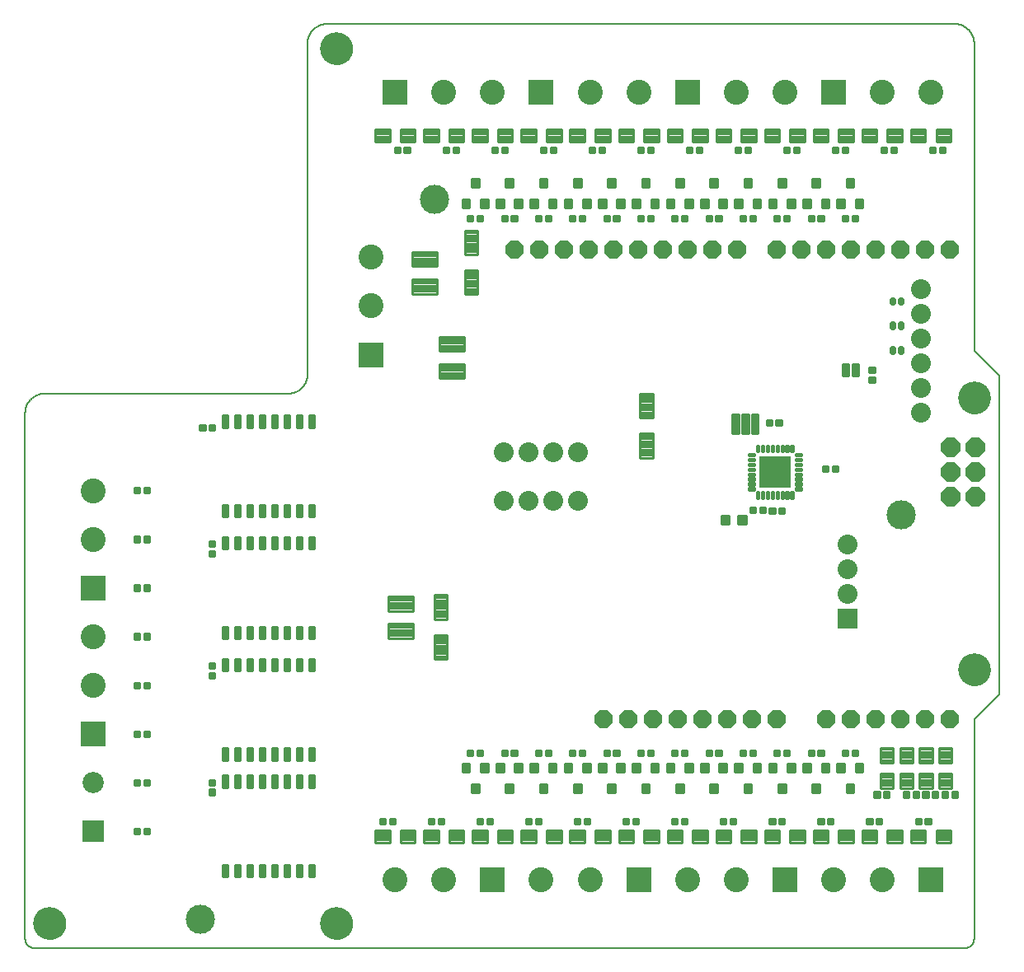
<source format=gts>
G75*
%MOIN*%
%OFA0B0*%
%FSLAX25Y25*%
%IPPOS*%
%LPD*%
%AMOC8*
5,1,8,0,0,1.08239X$1,22.5*
%
%ADD10C,0.00591*%
%ADD11C,0.00000*%
%ADD12C,0.13198*%
%ADD13OC8,0.07200*%
%ADD14OC8,0.08000*%
%ADD15C,0.01208*%
%ADD16C,0.01244*%
%ADD17C,0.01549*%
%ADD18R,0.12598X0.12598*%
%ADD19C,0.08000*%
%ADD20C,0.02340*%
%ADD21C,0.01240*%
%ADD22R,0.10100X0.10100*%
%ADD23C,0.10100*%
%ADD24C,0.01104*%
%ADD25C,0.01100*%
%ADD26C,0.01189*%
%ADD27C,0.01200*%
%ADD28C,0.11811*%
%ADD29R,0.08000X0.08000*%
%ADD30R,0.08600X0.08600*%
%ADD31C,0.08600*%
D10*
X0001500Y0005437D02*
X0001500Y0218035D01*
X0001502Y0218225D01*
X0001509Y0218415D01*
X0001521Y0218605D01*
X0001537Y0218795D01*
X0001557Y0218984D01*
X0001583Y0219173D01*
X0001612Y0219361D01*
X0001647Y0219548D01*
X0001686Y0219734D01*
X0001729Y0219919D01*
X0001777Y0220104D01*
X0001829Y0220287D01*
X0001885Y0220468D01*
X0001946Y0220648D01*
X0002012Y0220827D01*
X0002081Y0221004D01*
X0002155Y0221180D01*
X0002233Y0221353D01*
X0002316Y0221525D01*
X0002402Y0221694D01*
X0002492Y0221862D01*
X0002587Y0222027D01*
X0002685Y0222190D01*
X0002788Y0222350D01*
X0002894Y0222508D01*
X0003004Y0222663D01*
X0003117Y0222816D01*
X0003235Y0222966D01*
X0003356Y0223112D01*
X0003480Y0223256D01*
X0003608Y0223397D01*
X0003739Y0223535D01*
X0003874Y0223670D01*
X0004012Y0223801D01*
X0004153Y0223929D01*
X0004297Y0224053D01*
X0004443Y0224174D01*
X0004593Y0224292D01*
X0004746Y0224405D01*
X0004901Y0224515D01*
X0005059Y0224621D01*
X0005219Y0224724D01*
X0005382Y0224822D01*
X0005547Y0224917D01*
X0005715Y0225007D01*
X0005884Y0225093D01*
X0006056Y0225176D01*
X0006229Y0225254D01*
X0006405Y0225328D01*
X0006582Y0225397D01*
X0006761Y0225463D01*
X0006941Y0225524D01*
X0007122Y0225580D01*
X0007305Y0225632D01*
X0007490Y0225680D01*
X0007675Y0225723D01*
X0007861Y0225762D01*
X0008048Y0225797D01*
X0008236Y0225826D01*
X0008425Y0225852D01*
X0008614Y0225872D01*
X0008804Y0225888D01*
X0008994Y0225900D01*
X0009184Y0225907D01*
X0009374Y0225909D01*
X0107799Y0225909D01*
X0107989Y0225911D01*
X0108179Y0225918D01*
X0108369Y0225930D01*
X0108559Y0225946D01*
X0108748Y0225966D01*
X0108937Y0225992D01*
X0109125Y0226021D01*
X0109312Y0226056D01*
X0109498Y0226095D01*
X0109683Y0226138D01*
X0109868Y0226186D01*
X0110051Y0226238D01*
X0110232Y0226294D01*
X0110412Y0226355D01*
X0110591Y0226421D01*
X0110768Y0226490D01*
X0110944Y0226564D01*
X0111117Y0226642D01*
X0111289Y0226725D01*
X0111458Y0226811D01*
X0111626Y0226901D01*
X0111791Y0226996D01*
X0111954Y0227094D01*
X0112114Y0227197D01*
X0112272Y0227303D01*
X0112427Y0227413D01*
X0112580Y0227526D01*
X0112730Y0227644D01*
X0112876Y0227765D01*
X0113020Y0227889D01*
X0113161Y0228017D01*
X0113299Y0228148D01*
X0113434Y0228283D01*
X0113565Y0228421D01*
X0113693Y0228562D01*
X0113817Y0228706D01*
X0113938Y0228852D01*
X0114056Y0229002D01*
X0114169Y0229155D01*
X0114279Y0229310D01*
X0114385Y0229468D01*
X0114488Y0229628D01*
X0114586Y0229791D01*
X0114681Y0229956D01*
X0114771Y0230124D01*
X0114857Y0230293D01*
X0114940Y0230465D01*
X0115018Y0230638D01*
X0115092Y0230814D01*
X0115161Y0230991D01*
X0115227Y0231170D01*
X0115288Y0231350D01*
X0115344Y0231531D01*
X0115396Y0231714D01*
X0115444Y0231899D01*
X0115487Y0232084D01*
X0115526Y0232270D01*
X0115561Y0232457D01*
X0115590Y0232645D01*
X0115616Y0232834D01*
X0115636Y0233023D01*
X0115652Y0233213D01*
X0115664Y0233403D01*
X0115671Y0233593D01*
X0115673Y0233783D01*
X0115673Y0367642D01*
X0115675Y0367832D01*
X0115682Y0368022D01*
X0115694Y0368212D01*
X0115710Y0368402D01*
X0115730Y0368591D01*
X0115756Y0368780D01*
X0115785Y0368968D01*
X0115820Y0369155D01*
X0115859Y0369341D01*
X0115902Y0369526D01*
X0115950Y0369711D01*
X0116002Y0369894D01*
X0116058Y0370075D01*
X0116119Y0370255D01*
X0116185Y0370434D01*
X0116254Y0370611D01*
X0116328Y0370787D01*
X0116406Y0370960D01*
X0116489Y0371132D01*
X0116575Y0371301D01*
X0116665Y0371469D01*
X0116760Y0371634D01*
X0116858Y0371797D01*
X0116961Y0371957D01*
X0117067Y0372115D01*
X0117177Y0372270D01*
X0117290Y0372423D01*
X0117408Y0372573D01*
X0117529Y0372719D01*
X0117653Y0372863D01*
X0117781Y0373004D01*
X0117912Y0373142D01*
X0118047Y0373277D01*
X0118185Y0373408D01*
X0118326Y0373536D01*
X0118470Y0373660D01*
X0118616Y0373781D01*
X0118766Y0373899D01*
X0118919Y0374012D01*
X0119074Y0374122D01*
X0119232Y0374228D01*
X0119392Y0374331D01*
X0119555Y0374429D01*
X0119720Y0374524D01*
X0119888Y0374614D01*
X0120057Y0374700D01*
X0120229Y0374783D01*
X0120402Y0374861D01*
X0120578Y0374935D01*
X0120755Y0375004D01*
X0120934Y0375070D01*
X0121114Y0375131D01*
X0121295Y0375187D01*
X0121478Y0375239D01*
X0121663Y0375287D01*
X0121848Y0375330D01*
X0122034Y0375369D01*
X0122221Y0375404D01*
X0122409Y0375433D01*
X0122598Y0375459D01*
X0122787Y0375479D01*
X0122977Y0375495D01*
X0123167Y0375507D01*
X0123357Y0375514D01*
X0123547Y0375516D01*
X0377327Y0375516D01*
X0377517Y0375514D01*
X0377707Y0375507D01*
X0377897Y0375495D01*
X0378087Y0375479D01*
X0378276Y0375459D01*
X0378465Y0375433D01*
X0378653Y0375404D01*
X0378840Y0375369D01*
X0379026Y0375330D01*
X0379211Y0375287D01*
X0379396Y0375239D01*
X0379579Y0375187D01*
X0379760Y0375131D01*
X0379940Y0375070D01*
X0380119Y0375004D01*
X0380296Y0374935D01*
X0380472Y0374861D01*
X0380645Y0374783D01*
X0380817Y0374700D01*
X0380986Y0374614D01*
X0381154Y0374524D01*
X0381319Y0374429D01*
X0381482Y0374331D01*
X0381642Y0374228D01*
X0381800Y0374122D01*
X0381955Y0374012D01*
X0382108Y0373899D01*
X0382258Y0373781D01*
X0382404Y0373660D01*
X0382548Y0373536D01*
X0382689Y0373408D01*
X0382827Y0373277D01*
X0382962Y0373142D01*
X0383093Y0373004D01*
X0383221Y0372863D01*
X0383345Y0372719D01*
X0383466Y0372573D01*
X0383584Y0372423D01*
X0383697Y0372270D01*
X0383807Y0372115D01*
X0383913Y0371957D01*
X0384016Y0371797D01*
X0384114Y0371634D01*
X0384209Y0371469D01*
X0384299Y0371301D01*
X0384385Y0371132D01*
X0384468Y0370960D01*
X0384546Y0370787D01*
X0384620Y0370611D01*
X0384689Y0370434D01*
X0384755Y0370255D01*
X0384816Y0370075D01*
X0384872Y0369894D01*
X0384924Y0369711D01*
X0384972Y0369526D01*
X0385015Y0369341D01*
X0385054Y0369155D01*
X0385089Y0368968D01*
X0385118Y0368780D01*
X0385144Y0368591D01*
X0385164Y0368402D01*
X0385180Y0368212D01*
X0385192Y0368022D01*
X0385199Y0367832D01*
X0385201Y0367642D01*
X0385201Y0243177D01*
X0395201Y0233177D01*
X0395201Y0104177D01*
X0385201Y0094177D01*
X0385201Y0005437D01*
X0385199Y0005313D01*
X0385193Y0005190D01*
X0385184Y0005066D01*
X0385170Y0004944D01*
X0385153Y0004821D01*
X0385131Y0004699D01*
X0385106Y0004578D01*
X0385077Y0004458D01*
X0385045Y0004339D01*
X0385008Y0004220D01*
X0384968Y0004103D01*
X0384925Y0003988D01*
X0384877Y0003873D01*
X0384826Y0003761D01*
X0384772Y0003650D01*
X0384714Y0003540D01*
X0384653Y0003433D01*
X0384588Y0003327D01*
X0384520Y0003224D01*
X0384449Y0003123D01*
X0384375Y0003024D01*
X0384298Y0002927D01*
X0384217Y0002833D01*
X0384134Y0002742D01*
X0384048Y0002653D01*
X0383959Y0002567D01*
X0383868Y0002484D01*
X0383774Y0002403D01*
X0383677Y0002326D01*
X0383578Y0002252D01*
X0383477Y0002181D01*
X0383374Y0002113D01*
X0383268Y0002048D01*
X0383161Y0001987D01*
X0383051Y0001929D01*
X0382940Y0001875D01*
X0382828Y0001824D01*
X0382713Y0001776D01*
X0382598Y0001733D01*
X0382481Y0001693D01*
X0382362Y0001656D01*
X0382243Y0001624D01*
X0382123Y0001595D01*
X0382002Y0001570D01*
X0381880Y0001548D01*
X0381757Y0001531D01*
X0381635Y0001517D01*
X0381511Y0001508D01*
X0381388Y0001502D01*
X0381264Y0001500D01*
X0005437Y0001500D01*
X0005313Y0001502D01*
X0005190Y0001508D01*
X0005066Y0001517D01*
X0004944Y0001531D01*
X0004821Y0001548D01*
X0004699Y0001570D01*
X0004578Y0001595D01*
X0004458Y0001624D01*
X0004339Y0001656D01*
X0004220Y0001693D01*
X0004103Y0001733D01*
X0003988Y0001776D01*
X0003873Y0001824D01*
X0003761Y0001875D01*
X0003650Y0001929D01*
X0003540Y0001987D01*
X0003433Y0002048D01*
X0003327Y0002113D01*
X0003224Y0002181D01*
X0003123Y0002252D01*
X0003024Y0002326D01*
X0002927Y0002403D01*
X0002833Y0002484D01*
X0002742Y0002567D01*
X0002653Y0002653D01*
X0002567Y0002742D01*
X0002484Y0002833D01*
X0002403Y0002927D01*
X0002326Y0003024D01*
X0002252Y0003123D01*
X0002181Y0003224D01*
X0002113Y0003327D01*
X0002048Y0003433D01*
X0001987Y0003540D01*
X0001929Y0003650D01*
X0001875Y0003761D01*
X0001824Y0003873D01*
X0001776Y0003988D01*
X0001733Y0004103D01*
X0001693Y0004220D01*
X0001656Y0004339D01*
X0001624Y0004458D01*
X0001595Y0004578D01*
X0001570Y0004699D01*
X0001548Y0004821D01*
X0001531Y0004944D01*
X0001517Y0005066D01*
X0001508Y0005190D01*
X0001502Y0005313D01*
X0001500Y0005437D01*
D11*
X0005201Y0011500D02*
X0005203Y0011658D01*
X0005209Y0011816D01*
X0005219Y0011974D01*
X0005233Y0012132D01*
X0005251Y0012289D01*
X0005272Y0012446D01*
X0005298Y0012602D01*
X0005328Y0012758D01*
X0005361Y0012913D01*
X0005399Y0013066D01*
X0005440Y0013219D01*
X0005485Y0013371D01*
X0005534Y0013522D01*
X0005587Y0013671D01*
X0005643Y0013819D01*
X0005703Y0013965D01*
X0005767Y0014110D01*
X0005835Y0014253D01*
X0005906Y0014395D01*
X0005980Y0014535D01*
X0006058Y0014672D01*
X0006140Y0014808D01*
X0006224Y0014942D01*
X0006313Y0015073D01*
X0006404Y0015202D01*
X0006499Y0015329D01*
X0006596Y0015454D01*
X0006697Y0015576D01*
X0006801Y0015695D01*
X0006908Y0015812D01*
X0007018Y0015926D01*
X0007131Y0016037D01*
X0007246Y0016146D01*
X0007364Y0016251D01*
X0007485Y0016353D01*
X0007608Y0016453D01*
X0007734Y0016549D01*
X0007862Y0016642D01*
X0007992Y0016732D01*
X0008125Y0016818D01*
X0008260Y0016902D01*
X0008396Y0016981D01*
X0008535Y0017058D01*
X0008676Y0017130D01*
X0008818Y0017200D01*
X0008962Y0017265D01*
X0009108Y0017327D01*
X0009255Y0017385D01*
X0009404Y0017440D01*
X0009554Y0017491D01*
X0009705Y0017538D01*
X0009857Y0017581D01*
X0010010Y0017620D01*
X0010165Y0017656D01*
X0010320Y0017687D01*
X0010476Y0017715D01*
X0010632Y0017739D01*
X0010789Y0017759D01*
X0010947Y0017775D01*
X0011104Y0017787D01*
X0011263Y0017795D01*
X0011421Y0017799D01*
X0011579Y0017799D01*
X0011737Y0017795D01*
X0011896Y0017787D01*
X0012053Y0017775D01*
X0012211Y0017759D01*
X0012368Y0017739D01*
X0012524Y0017715D01*
X0012680Y0017687D01*
X0012835Y0017656D01*
X0012990Y0017620D01*
X0013143Y0017581D01*
X0013295Y0017538D01*
X0013446Y0017491D01*
X0013596Y0017440D01*
X0013745Y0017385D01*
X0013892Y0017327D01*
X0014038Y0017265D01*
X0014182Y0017200D01*
X0014324Y0017130D01*
X0014465Y0017058D01*
X0014604Y0016981D01*
X0014740Y0016902D01*
X0014875Y0016818D01*
X0015008Y0016732D01*
X0015138Y0016642D01*
X0015266Y0016549D01*
X0015392Y0016453D01*
X0015515Y0016353D01*
X0015636Y0016251D01*
X0015754Y0016146D01*
X0015869Y0016037D01*
X0015982Y0015926D01*
X0016092Y0015812D01*
X0016199Y0015695D01*
X0016303Y0015576D01*
X0016404Y0015454D01*
X0016501Y0015329D01*
X0016596Y0015202D01*
X0016687Y0015073D01*
X0016776Y0014942D01*
X0016860Y0014808D01*
X0016942Y0014672D01*
X0017020Y0014535D01*
X0017094Y0014395D01*
X0017165Y0014253D01*
X0017233Y0014110D01*
X0017297Y0013965D01*
X0017357Y0013819D01*
X0017413Y0013671D01*
X0017466Y0013522D01*
X0017515Y0013371D01*
X0017560Y0013219D01*
X0017601Y0013066D01*
X0017639Y0012913D01*
X0017672Y0012758D01*
X0017702Y0012602D01*
X0017728Y0012446D01*
X0017749Y0012289D01*
X0017767Y0012132D01*
X0017781Y0011974D01*
X0017791Y0011816D01*
X0017797Y0011658D01*
X0017799Y0011500D01*
X0017797Y0011342D01*
X0017791Y0011184D01*
X0017781Y0011026D01*
X0017767Y0010868D01*
X0017749Y0010711D01*
X0017728Y0010554D01*
X0017702Y0010398D01*
X0017672Y0010242D01*
X0017639Y0010087D01*
X0017601Y0009934D01*
X0017560Y0009781D01*
X0017515Y0009629D01*
X0017466Y0009478D01*
X0017413Y0009329D01*
X0017357Y0009181D01*
X0017297Y0009035D01*
X0017233Y0008890D01*
X0017165Y0008747D01*
X0017094Y0008605D01*
X0017020Y0008465D01*
X0016942Y0008328D01*
X0016860Y0008192D01*
X0016776Y0008058D01*
X0016687Y0007927D01*
X0016596Y0007798D01*
X0016501Y0007671D01*
X0016404Y0007546D01*
X0016303Y0007424D01*
X0016199Y0007305D01*
X0016092Y0007188D01*
X0015982Y0007074D01*
X0015869Y0006963D01*
X0015754Y0006854D01*
X0015636Y0006749D01*
X0015515Y0006647D01*
X0015392Y0006547D01*
X0015266Y0006451D01*
X0015138Y0006358D01*
X0015008Y0006268D01*
X0014875Y0006182D01*
X0014740Y0006098D01*
X0014604Y0006019D01*
X0014465Y0005942D01*
X0014324Y0005870D01*
X0014182Y0005800D01*
X0014038Y0005735D01*
X0013892Y0005673D01*
X0013745Y0005615D01*
X0013596Y0005560D01*
X0013446Y0005509D01*
X0013295Y0005462D01*
X0013143Y0005419D01*
X0012990Y0005380D01*
X0012835Y0005344D01*
X0012680Y0005313D01*
X0012524Y0005285D01*
X0012368Y0005261D01*
X0012211Y0005241D01*
X0012053Y0005225D01*
X0011896Y0005213D01*
X0011737Y0005205D01*
X0011579Y0005201D01*
X0011421Y0005201D01*
X0011263Y0005205D01*
X0011104Y0005213D01*
X0010947Y0005225D01*
X0010789Y0005241D01*
X0010632Y0005261D01*
X0010476Y0005285D01*
X0010320Y0005313D01*
X0010165Y0005344D01*
X0010010Y0005380D01*
X0009857Y0005419D01*
X0009705Y0005462D01*
X0009554Y0005509D01*
X0009404Y0005560D01*
X0009255Y0005615D01*
X0009108Y0005673D01*
X0008962Y0005735D01*
X0008818Y0005800D01*
X0008676Y0005870D01*
X0008535Y0005942D01*
X0008396Y0006019D01*
X0008260Y0006098D01*
X0008125Y0006182D01*
X0007992Y0006268D01*
X0007862Y0006358D01*
X0007734Y0006451D01*
X0007608Y0006547D01*
X0007485Y0006647D01*
X0007364Y0006749D01*
X0007246Y0006854D01*
X0007131Y0006963D01*
X0007018Y0007074D01*
X0006908Y0007188D01*
X0006801Y0007305D01*
X0006697Y0007424D01*
X0006596Y0007546D01*
X0006499Y0007671D01*
X0006404Y0007798D01*
X0006313Y0007927D01*
X0006224Y0008058D01*
X0006140Y0008192D01*
X0006058Y0008328D01*
X0005980Y0008465D01*
X0005906Y0008605D01*
X0005835Y0008747D01*
X0005767Y0008890D01*
X0005703Y0009035D01*
X0005643Y0009181D01*
X0005587Y0009329D01*
X0005534Y0009478D01*
X0005485Y0009629D01*
X0005440Y0009781D01*
X0005399Y0009934D01*
X0005361Y0010087D01*
X0005328Y0010242D01*
X0005298Y0010398D01*
X0005272Y0010554D01*
X0005251Y0010711D01*
X0005233Y0010868D01*
X0005219Y0011026D01*
X0005209Y0011184D01*
X0005203Y0011342D01*
X0005201Y0011500D01*
X0121185Y0011500D02*
X0121187Y0011658D01*
X0121193Y0011816D01*
X0121203Y0011974D01*
X0121217Y0012132D01*
X0121235Y0012289D01*
X0121256Y0012446D01*
X0121282Y0012602D01*
X0121312Y0012758D01*
X0121345Y0012913D01*
X0121383Y0013066D01*
X0121424Y0013219D01*
X0121469Y0013371D01*
X0121518Y0013522D01*
X0121571Y0013671D01*
X0121627Y0013819D01*
X0121687Y0013965D01*
X0121751Y0014110D01*
X0121819Y0014253D01*
X0121890Y0014395D01*
X0121964Y0014535D01*
X0122042Y0014672D01*
X0122124Y0014808D01*
X0122208Y0014942D01*
X0122297Y0015073D01*
X0122388Y0015202D01*
X0122483Y0015329D01*
X0122580Y0015454D01*
X0122681Y0015576D01*
X0122785Y0015695D01*
X0122892Y0015812D01*
X0123002Y0015926D01*
X0123115Y0016037D01*
X0123230Y0016146D01*
X0123348Y0016251D01*
X0123469Y0016353D01*
X0123592Y0016453D01*
X0123718Y0016549D01*
X0123846Y0016642D01*
X0123976Y0016732D01*
X0124109Y0016818D01*
X0124244Y0016902D01*
X0124380Y0016981D01*
X0124519Y0017058D01*
X0124660Y0017130D01*
X0124802Y0017200D01*
X0124946Y0017265D01*
X0125092Y0017327D01*
X0125239Y0017385D01*
X0125388Y0017440D01*
X0125538Y0017491D01*
X0125689Y0017538D01*
X0125841Y0017581D01*
X0125994Y0017620D01*
X0126149Y0017656D01*
X0126304Y0017687D01*
X0126460Y0017715D01*
X0126616Y0017739D01*
X0126773Y0017759D01*
X0126931Y0017775D01*
X0127088Y0017787D01*
X0127247Y0017795D01*
X0127405Y0017799D01*
X0127563Y0017799D01*
X0127721Y0017795D01*
X0127880Y0017787D01*
X0128037Y0017775D01*
X0128195Y0017759D01*
X0128352Y0017739D01*
X0128508Y0017715D01*
X0128664Y0017687D01*
X0128819Y0017656D01*
X0128974Y0017620D01*
X0129127Y0017581D01*
X0129279Y0017538D01*
X0129430Y0017491D01*
X0129580Y0017440D01*
X0129729Y0017385D01*
X0129876Y0017327D01*
X0130022Y0017265D01*
X0130166Y0017200D01*
X0130308Y0017130D01*
X0130449Y0017058D01*
X0130588Y0016981D01*
X0130724Y0016902D01*
X0130859Y0016818D01*
X0130992Y0016732D01*
X0131122Y0016642D01*
X0131250Y0016549D01*
X0131376Y0016453D01*
X0131499Y0016353D01*
X0131620Y0016251D01*
X0131738Y0016146D01*
X0131853Y0016037D01*
X0131966Y0015926D01*
X0132076Y0015812D01*
X0132183Y0015695D01*
X0132287Y0015576D01*
X0132388Y0015454D01*
X0132485Y0015329D01*
X0132580Y0015202D01*
X0132671Y0015073D01*
X0132760Y0014942D01*
X0132844Y0014808D01*
X0132926Y0014672D01*
X0133004Y0014535D01*
X0133078Y0014395D01*
X0133149Y0014253D01*
X0133217Y0014110D01*
X0133281Y0013965D01*
X0133341Y0013819D01*
X0133397Y0013671D01*
X0133450Y0013522D01*
X0133499Y0013371D01*
X0133544Y0013219D01*
X0133585Y0013066D01*
X0133623Y0012913D01*
X0133656Y0012758D01*
X0133686Y0012602D01*
X0133712Y0012446D01*
X0133733Y0012289D01*
X0133751Y0012132D01*
X0133765Y0011974D01*
X0133775Y0011816D01*
X0133781Y0011658D01*
X0133783Y0011500D01*
X0133781Y0011342D01*
X0133775Y0011184D01*
X0133765Y0011026D01*
X0133751Y0010868D01*
X0133733Y0010711D01*
X0133712Y0010554D01*
X0133686Y0010398D01*
X0133656Y0010242D01*
X0133623Y0010087D01*
X0133585Y0009934D01*
X0133544Y0009781D01*
X0133499Y0009629D01*
X0133450Y0009478D01*
X0133397Y0009329D01*
X0133341Y0009181D01*
X0133281Y0009035D01*
X0133217Y0008890D01*
X0133149Y0008747D01*
X0133078Y0008605D01*
X0133004Y0008465D01*
X0132926Y0008328D01*
X0132844Y0008192D01*
X0132760Y0008058D01*
X0132671Y0007927D01*
X0132580Y0007798D01*
X0132485Y0007671D01*
X0132388Y0007546D01*
X0132287Y0007424D01*
X0132183Y0007305D01*
X0132076Y0007188D01*
X0131966Y0007074D01*
X0131853Y0006963D01*
X0131738Y0006854D01*
X0131620Y0006749D01*
X0131499Y0006647D01*
X0131376Y0006547D01*
X0131250Y0006451D01*
X0131122Y0006358D01*
X0130992Y0006268D01*
X0130859Y0006182D01*
X0130724Y0006098D01*
X0130588Y0006019D01*
X0130449Y0005942D01*
X0130308Y0005870D01*
X0130166Y0005800D01*
X0130022Y0005735D01*
X0129876Y0005673D01*
X0129729Y0005615D01*
X0129580Y0005560D01*
X0129430Y0005509D01*
X0129279Y0005462D01*
X0129127Y0005419D01*
X0128974Y0005380D01*
X0128819Y0005344D01*
X0128664Y0005313D01*
X0128508Y0005285D01*
X0128352Y0005261D01*
X0128195Y0005241D01*
X0128037Y0005225D01*
X0127880Y0005213D01*
X0127721Y0005205D01*
X0127563Y0005201D01*
X0127405Y0005201D01*
X0127247Y0005205D01*
X0127088Y0005213D01*
X0126931Y0005225D01*
X0126773Y0005241D01*
X0126616Y0005261D01*
X0126460Y0005285D01*
X0126304Y0005313D01*
X0126149Y0005344D01*
X0125994Y0005380D01*
X0125841Y0005419D01*
X0125689Y0005462D01*
X0125538Y0005509D01*
X0125388Y0005560D01*
X0125239Y0005615D01*
X0125092Y0005673D01*
X0124946Y0005735D01*
X0124802Y0005800D01*
X0124660Y0005870D01*
X0124519Y0005942D01*
X0124380Y0006019D01*
X0124244Y0006098D01*
X0124109Y0006182D01*
X0123976Y0006268D01*
X0123846Y0006358D01*
X0123718Y0006451D01*
X0123592Y0006547D01*
X0123469Y0006647D01*
X0123348Y0006749D01*
X0123230Y0006854D01*
X0123115Y0006963D01*
X0123002Y0007074D01*
X0122892Y0007188D01*
X0122785Y0007305D01*
X0122681Y0007424D01*
X0122580Y0007546D01*
X0122483Y0007671D01*
X0122388Y0007798D01*
X0122297Y0007927D01*
X0122208Y0008058D01*
X0122124Y0008192D01*
X0122042Y0008328D01*
X0121964Y0008465D01*
X0121890Y0008605D01*
X0121819Y0008747D01*
X0121751Y0008890D01*
X0121687Y0009035D01*
X0121627Y0009181D01*
X0121571Y0009329D01*
X0121518Y0009478D01*
X0121469Y0009629D01*
X0121424Y0009781D01*
X0121383Y0009934D01*
X0121345Y0010087D01*
X0121312Y0010242D01*
X0121282Y0010398D01*
X0121256Y0010554D01*
X0121235Y0010711D01*
X0121217Y0010868D01*
X0121203Y0011026D01*
X0121193Y0011184D01*
X0121187Y0011342D01*
X0121185Y0011500D01*
X0378981Y0114177D02*
X0378983Y0114335D01*
X0378989Y0114493D01*
X0378999Y0114651D01*
X0379013Y0114809D01*
X0379031Y0114966D01*
X0379052Y0115123D01*
X0379078Y0115279D01*
X0379108Y0115435D01*
X0379141Y0115590D01*
X0379179Y0115743D01*
X0379220Y0115896D01*
X0379265Y0116048D01*
X0379314Y0116199D01*
X0379367Y0116348D01*
X0379423Y0116496D01*
X0379483Y0116642D01*
X0379547Y0116787D01*
X0379615Y0116930D01*
X0379686Y0117072D01*
X0379760Y0117212D01*
X0379838Y0117349D01*
X0379920Y0117485D01*
X0380004Y0117619D01*
X0380093Y0117750D01*
X0380184Y0117879D01*
X0380279Y0118006D01*
X0380376Y0118131D01*
X0380477Y0118253D01*
X0380581Y0118372D01*
X0380688Y0118489D01*
X0380798Y0118603D01*
X0380911Y0118714D01*
X0381026Y0118823D01*
X0381144Y0118928D01*
X0381265Y0119030D01*
X0381388Y0119130D01*
X0381514Y0119226D01*
X0381642Y0119319D01*
X0381772Y0119409D01*
X0381905Y0119495D01*
X0382040Y0119579D01*
X0382176Y0119658D01*
X0382315Y0119735D01*
X0382456Y0119807D01*
X0382598Y0119877D01*
X0382742Y0119942D01*
X0382888Y0120004D01*
X0383035Y0120062D01*
X0383184Y0120117D01*
X0383334Y0120168D01*
X0383485Y0120215D01*
X0383637Y0120258D01*
X0383790Y0120297D01*
X0383945Y0120333D01*
X0384100Y0120364D01*
X0384256Y0120392D01*
X0384412Y0120416D01*
X0384569Y0120436D01*
X0384727Y0120452D01*
X0384884Y0120464D01*
X0385043Y0120472D01*
X0385201Y0120476D01*
X0385359Y0120476D01*
X0385517Y0120472D01*
X0385676Y0120464D01*
X0385833Y0120452D01*
X0385991Y0120436D01*
X0386148Y0120416D01*
X0386304Y0120392D01*
X0386460Y0120364D01*
X0386615Y0120333D01*
X0386770Y0120297D01*
X0386923Y0120258D01*
X0387075Y0120215D01*
X0387226Y0120168D01*
X0387376Y0120117D01*
X0387525Y0120062D01*
X0387672Y0120004D01*
X0387818Y0119942D01*
X0387962Y0119877D01*
X0388104Y0119807D01*
X0388245Y0119735D01*
X0388384Y0119658D01*
X0388520Y0119579D01*
X0388655Y0119495D01*
X0388788Y0119409D01*
X0388918Y0119319D01*
X0389046Y0119226D01*
X0389172Y0119130D01*
X0389295Y0119030D01*
X0389416Y0118928D01*
X0389534Y0118823D01*
X0389649Y0118714D01*
X0389762Y0118603D01*
X0389872Y0118489D01*
X0389979Y0118372D01*
X0390083Y0118253D01*
X0390184Y0118131D01*
X0390281Y0118006D01*
X0390376Y0117879D01*
X0390467Y0117750D01*
X0390556Y0117619D01*
X0390640Y0117485D01*
X0390722Y0117349D01*
X0390800Y0117212D01*
X0390874Y0117072D01*
X0390945Y0116930D01*
X0391013Y0116787D01*
X0391077Y0116642D01*
X0391137Y0116496D01*
X0391193Y0116348D01*
X0391246Y0116199D01*
X0391295Y0116048D01*
X0391340Y0115896D01*
X0391381Y0115743D01*
X0391419Y0115590D01*
X0391452Y0115435D01*
X0391482Y0115279D01*
X0391508Y0115123D01*
X0391529Y0114966D01*
X0391547Y0114809D01*
X0391561Y0114651D01*
X0391571Y0114493D01*
X0391577Y0114335D01*
X0391579Y0114177D01*
X0391577Y0114019D01*
X0391571Y0113861D01*
X0391561Y0113703D01*
X0391547Y0113545D01*
X0391529Y0113388D01*
X0391508Y0113231D01*
X0391482Y0113075D01*
X0391452Y0112919D01*
X0391419Y0112764D01*
X0391381Y0112611D01*
X0391340Y0112458D01*
X0391295Y0112306D01*
X0391246Y0112155D01*
X0391193Y0112006D01*
X0391137Y0111858D01*
X0391077Y0111712D01*
X0391013Y0111567D01*
X0390945Y0111424D01*
X0390874Y0111282D01*
X0390800Y0111142D01*
X0390722Y0111005D01*
X0390640Y0110869D01*
X0390556Y0110735D01*
X0390467Y0110604D01*
X0390376Y0110475D01*
X0390281Y0110348D01*
X0390184Y0110223D01*
X0390083Y0110101D01*
X0389979Y0109982D01*
X0389872Y0109865D01*
X0389762Y0109751D01*
X0389649Y0109640D01*
X0389534Y0109531D01*
X0389416Y0109426D01*
X0389295Y0109324D01*
X0389172Y0109224D01*
X0389046Y0109128D01*
X0388918Y0109035D01*
X0388788Y0108945D01*
X0388655Y0108859D01*
X0388520Y0108775D01*
X0388384Y0108696D01*
X0388245Y0108619D01*
X0388104Y0108547D01*
X0387962Y0108477D01*
X0387818Y0108412D01*
X0387672Y0108350D01*
X0387525Y0108292D01*
X0387376Y0108237D01*
X0387226Y0108186D01*
X0387075Y0108139D01*
X0386923Y0108096D01*
X0386770Y0108057D01*
X0386615Y0108021D01*
X0386460Y0107990D01*
X0386304Y0107962D01*
X0386148Y0107938D01*
X0385991Y0107918D01*
X0385833Y0107902D01*
X0385676Y0107890D01*
X0385517Y0107882D01*
X0385359Y0107878D01*
X0385201Y0107878D01*
X0385043Y0107882D01*
X0384884Y0107890D01*
X0384727Y0107902D01*
X0384569Y0107918D01*
X0384412Y0107938D01*
X0384256Y0107962D01*
X0384100Y0107990D01*
X0383945Y0108021D01*
X0383790Y0108057D01*
X0383637Y0108096D01*
X0383485Y0108139D01*
X0383334Y0108186D01*
X0383184Y0108237D01*
X0383035Y0108292D01*
X0382888Y0108350D01*
X0382742Y0108412D01*
X0382598Y0108477D01*
X0382456Y0108547D01*
X0382315Y0108619D01*
X0382176Y0108696D01*
X0382040Y0108775D01*
X0381905Y0108859D01*
X0381772Y0108945D01*
X0381642Y0109035D01*
X0381514Y0109128D01*
X0381388Y0109224D01*
X0381265Y0109324D01*
X0381144Y0109426D01*
X0381026Y0109531D01*
X0380911Y0109640D01*
X0380798Y0109751D01*
X0380688Y0109865D01*
X0380581Y0109982D01*
X0380477Y0110101D01*
X0380376Y0110223D01*
X0380279Y0110348D01*
X0380184Y0110475D01*
X0380093Y0110604D01*
X0380004Y0110735D01*
X0379920Y0110869D01*
X0379838Y0111005D01*
X0379760Y0111142D01*
X0379686Y0111282D01*
X0379615Y0111424D01*
X0379547Y0111567D01*
X0379483Y0111712D01*
X0379423Y0111858D01*
X0379367Y0112006D01*
X0379314Y0112155D01*
X0379265Y0112306D01*
X0379220Y0112458D01*
X0379179Y0112611D01*
X0379141Y0112764D01*
X0379108Y0112919D01*
X0379078Y0113075D01*
X0379052Y0113231D01*
X0379031Y0113388D01*
X0379013Y0113545D01*
X0378999Y0113703D01*
X0378989Y0113861D01*
X0378983Y0114019D01*
X0378981Y0114177D01*
X0378981Y0224177D02*
X0378983Y0224335D01*
X0378989Y0224493D01*
X0378999Y0224651D01*
X0379013Y0224809D01*
X0379031Y0224966D01*
X0379052Y0225123D01*
X0379078Y0225279D01*
X0379108Y0225435D01*
X0379141Y0225590D01*
X0379179Y0225743D01*
X0379220Y0225896D01*
X0379265Y0226048D01*
X0379314Y0226199D01*
X0379367Y0226348D01*
X0379423Y0226496D01*
X0379483Y0226642D01*
X0379547Y0226787D01*
X0379615Y0226930D01*
X0379686Y0227072D01*
X0379760Y0227212D01*
X0379838Y0227349D01*
X0379920Y0227485D01*
X0380004Y0227619D01*
X0380093Y0227750D01*
X0380184Y0227879D01*
X0380279Y0228006D01*
X0380376Y0228131D01*
X0380477Y0228253D01*
X0380581Y0228372D01*
X0380688Y0228489D01*
X0380798Y0228603D01*
X0380911Y0228714D01*
X0381026Y0228823D01*
X0381144Y0228928D01*
X0381265Y0229030D01*
X0381388Y0229130D01*
X0381514Y0229226D01*
X0381642Y0229319D01*
X0381772Y0229409D01*
X0381905Y0229495D01*
X0382040Y0229579D01*
X0382176Y0229658D01*
X0382315Y0229735D01*
X0382456Y0229807D01*
X0382598Y0229877D01*
X0382742Y0229942D01*
X0382888Y0230004D01*
X0383035Y0230062D01*
X0383184Y0230117D01*
X0383334Y0230168D01*
X0383485Y0230215D01*
X0383637Y0230258D01*
X0383790Y0230297D01*
X0383945Y0230333D01*
X0384100Y0230364D01*
X0384256Y0230392D01*
X0384412Y0230416D01*
X0384569Y0230436D01*
X0384727Y0230452D01*
X0384884Y0230464D01*
X0385043Y0230472D01*
X0385201Y0230476D01*
X0385359Y0230476D01*
X0385517Y0230472D01*
X0385676Y0230464D01*
X0385833Y0230452D01*
X0385991Y0230436D01*
X0386148Y0230416D01*
X0386304Y0230392D01*
X0386460Y0230364D01*
X0386615Y0230333D01*
X0386770Y0230297D01*
X0386923Y0230258D01*
X0387075Y0230215D01*
X0387226Y0230168D01*
X0387376Y0230117D01*
X0387525Y0230062D01*
X0387672Y0230004D01*
X0387818Y0229942D01*
X0387962Y0229877D01*
X0388104Y0229807D01*
X0388245Y0229735D01*
X0388384Y0229658D01*
X0388520Y0229579D01*
X0388655Y0229495D01*
X0388788Y0229409D01*
X0388918Y0229319D01*
X0389046Y0229226D01*
X0389172Y0229130D01*
X0389295Y0229030D01*
X0389416Y0228928D01*
X0389534Y0228823D01*
X0389649Y0228714D01*
X0389762Y0228603D01*
X0389872Y0228489D01*
X0389979Y0228372D01*
X0390083Y0228253D01*
X0390184Y0228131D01*
X0390281Y0228006D01*
X0390376Y0227879D01*
X0390467Y0227750D01*
X0390556Y0227619D01*
X0390640Y0227485D01*
X0390722Y0227349D01*
X0390800Y0227212D01*
X0390874Y0227072D01*
X0390945Y0226930D01*
X0391013Y0226787D01*
X0391077Y0226642D01*
X0391137Y0226496D01*
X0391193Y0226348D01*
X0391246Y0226199D01*
X0391295Y0226048D01*
X0391340Y0225896D01*
X0391381Y0225743D01*
X0391419Y0225590D01*
X0391452Y0225435D01*
X0391482Y0225279D01*
X0391508Y0225123D01*
X0391529Y0224966D01*
X0391547Y0224809D01*
X0391561Y0224651D01*
X0391571Y0224493D01*
X0391577Y0224335D01*
X0391579Y0224177D01*
X0391577Y0224019D01*
X0391571Y0223861D01*
X0391561Y0223703D01*
X0391547Y0223545D01*
X0391529Y0223388D01*
X0391508Y0223231D01*
X0391482Y0223075D01*
X0391452Y0222919D01*
X0391419Y0222764D01*
X0391381Y0222611D01*
X0391340Y0222458D01*
X0391295Y0222306D01*
X0391246Y0222155D01*
X0391193Y0222006D01*
X0391137Y0221858D01*
X0391077Y0221712D01*
X0391013Y0221567D01*
X0390945Y0221424D01*
X0390874Y0221282D01*
X0390800Y0221142D01*
X0390722Y0221005D01*
X0390640Y0220869D01*
X0390556Y0220735D01*
X0390467Y0220604D01*
X0390376Y0220475D01*
X0390281Y0220348D01*
X0390184Y0220223D01*
X0390083Y0220101D01*
X0389979Y0219982D01*
X0389872Y0219865D01*
X0389762Y0219751D01*
X0389649Y0219640D01*
X0389534Y0219531D01*
X0389416Y0219426D01*
X0389295Y0219324D01*
X0389172Y0219224D01*
X0389046Y0219128D01*
X0388918Y0219035D01*
X0388788Y0218945D01*
X0388655Y0218859D01*
X0388520Y0218775D01*
X0388384Y0218696D01*
X0388245Y0218619D01*
X0388104Y0218547D01*
X0387962Y0218477D01*
X0387818Y0218412D01*
X0387672Y0218350D01*
X0387525Y0218292D01*
X0387376Y0218237D01*
X0387226Y0218186D01*
X0387075Y0218139D01*
X0386923Y0218096D01*
X0386770Y0218057D01*
X0386615Y0218021D01*
X0386460Y0217990D01*
X0386304Y0217962D01*
X0386148Y0217938D01*
X0385991Y0217918D01*
X0385833Y0217902D01*
X0385676Y0217890D01*
X0385517Y0217882D01*
X0385359Y0217878D01*
X0385201Y0217878D01*
X0385043Y0217882D01*
X0384884Y0217890D01*
X0384727Y0217902D01*
X0384569Y0217918D01*
X0384412Y0217938D01*
X0384256Y0217962D01*
X0384100Y0217990D01*
X0383945Y0218021D01*
X0383790Y0218057D01*
X0383637Y0218096D01*
X0383485Y0218139D01*
X0383334Y0218186D01*
X0383184Y0218237D01*
X0383035Y0218292D01*
X0382888Y0218350D01*
X0382742Y0218412D01*
X0382598Y0218477D01*
X0382456Y0218547D01*
X0382315Y0218619D01*
X0382176Y0218696D01*
X0382040Y0218775D01*
X0381905Y0218859D01*
X0381772Y0218945D01*
X0381642Y0219035D01*
X0381514Y0219128D01*
X0381388Y0219224D01*
X0381265Y0219324D01*
X0381144Y0219426D01*
X0381026Y0219531D01*
X0380911Y0219640D01*
X0380798Y0219751D01*
X0380688Y0219865D01*
X0380581Y0219982D01*
X0380477Y0220101D01*
X0380376Y0220223D01*
X0380279Y0220348D01*
X0380184Y0220475D01*
X0380093Y0220604D01*
X0380004Y0220735D01*
X0379920Y0220869D01*
X0379838Y0221005D01*
X0379760Y0221142D01*
X0379686Y0221282D01*
X0379615Y0221424D01*
X0379547Y0221567D01*
X0379483Y0221712D01*
X0379423Y0221858D01*
X0379367Y0222006D01*
X0379314Y0222155D01*
X0379265Y0222306D01*
X0379220Y0222458D01*
X0379179Y0222611D01*
X0379141Y0222764D01*
X0379108Y0222919D01*
X0379078Y0223075D01*
X0379052Y0223231D01*
X0379031Y0223388D01*
X0379013Y0223545D01*
X0378999Y0223703D01*
X0378989Y0223861D01*
X0378983Y0224019D01*
X0378981Y0224177D01*
X0121185Y0365516D02*
X0121187Y0365674D01*
X0121193Y0365832D01*
X0121203Y0365990D01*
X0121217Y0366148D01*
X0121235Y0366305D01*
X0121256Y0366462D01*
X0121282Y0366618D01*
X0121312Y0366774D01*
X0121345Y0366929D01*
X0121383Y0367082D01*
X0121424Y0367235D01*
X0121469Y0367387D01*
X0121518Y0367538D01*
X0121571Y0367687D01*
X0121627Y0367835D01*
X0121687Y0367981D01*
X0121751Y0368126D01*
X0121819Y0368269D01*
X0121890Y0368411D01*
X0121964Y0368551D01*
X0122042Y0368688D01*
X0122124Y0368824D01*
X0122208Y0368958D01*
X0122297Y0369089D01*
X0122388Y0369218D01*
X0122483Y0369345D01*
X0122580Y0369470D01*
X0122681Y0369592D01*
X0122785Y0369711D01*
X0122892Y0369828D01*
X0123002Y0369942D01*
X0123115Y0370053D01*
X0123230Y0370162D01*
X0123348Y0370267D01*
X0123469Y0370369D01*
X0123592Y0370469D01*
X0123718Y0370565D01*
X0123846Y0370658D01*
X0123976Y0370748D01*
X0124109Y0370834D01*
X0124244Y0370918D01*
X0124380Y0370997D01*
X0124519Y0371074D01*
X0124660Y0371146D01*
X0124802Y0371216D01*
X0124946Y0371281D01*
X0125092Y0371343D01*
X0125239Y0371401D01*
X0125388Y0371456D01*
X0125538Y0371507D01*
X0125689Y0371554D01*
X0125841Y0371597D01*
X0125994Y0371636D01*
X0126149Y0371672D01*
X0126304Y0371703D01*
X0126460Y0371731D01*
X0126616Y0371755D01*
X0126773Y0371775D01*
X0126931Y0371791D01*
X0127088Y0371803D01*
X0127247Y0371811D01*
X0127405Y0371815D01*
X0127563Y0371815D01*
X0127721Y0371811D01*
X0127880Y0371803D01*
X0128037Y0371791D01*
X0128195Y0371775D01*
X0128352Y0371755D01*
X0128508Y0371731D01*
X0128664Y0371703D01*
X0128819Y0371672D01*
X0128974Y0371636D01*
X0129127Y0371597D01*
X0129279Y0371554D01*
X0129430Y0371507D01*
X0129580Y0371456D01*
X0129729Y0371401D01*
X0129876Y0371343D01*
X0130022Y0371281D01*
X0130166Y0371216D01*
X0130308Y0371146D01*
X0130449Y0371074D01*
X0130588Y0370997D01*
X0130724Y0370918D01*
X0130859Y0370834D01*
X0130992Y0370748D01*
X0131122Y0370658D01*
X0131250Y0370565D01*
X0131376Y0370469D01*
X0131499Y0370369D01*
X0131620Y0370267D01*
X0131738Y0370162D01*
X0131853Y0370053D01*
X0131966Y0369942D01*
X0132076Y0369828D01*
X0132183Y0369711D01*
X0132287Y0369592D01*
X0132388Y0369470D01*
X0132485Y0369345D01*
X0132580Y0369218D01*
X0132671Y0369089D01*
X0132760Y0368958D01*
X0132844Y0368824D01*
X0132926Y0368688D01*
X0133004Y0368551D01*
X0133078Y0368411D01*
X0133149Y0368269D01*
X0133217Y0368126D01*
X0133281Y0367981D01*
X0133341Y0367835D01*
X0133397Y0367687D01*
X0133450Y0367538D01*
X0133499Y0367387D01*
X0133544Y0367235D01*
X0133585Y0367082D01*
X0133623Y0366929D01*
X0133656Y0366774D01*
X0133686Y0366618D01*
X0133712Y0366462D01*
X0133733Y0366305D01*
X0133751Y0366148D01*
X0133765Y0365990D01*
X0133775Y0365832D01*
X0133781Y0365674D01*
X0133783Y0365516D01*
X0133781Y0365358D01*
X0133775Y0365200D01*
X0133765Y0365042D01*
X0133751Y0364884D01*
X0133733Y0364727D01*
X0133712Y0364570D01*
X0133686Y0364414D01*
X0133656Y0364258D01*
X0133623Y0364103D01*
X0133585Y0363950D01*
X0133544Y0363797D01*
X0133499Y0363645D01*
X0133450Y0363494D01*
X0133397Y0363345D01*
X0133341Y0363197D01*
X0133281Y0363051D01*
X0133217Y0362906D01*
X0133149Y0362763D01*
X0133078Y0362621D01*
X0133004Y0362481D01*
X0132926Y0362344D01*
X0132844Y0362208D01*
X0132760Y0362074D01*
X0132671Y0361943D01*
X0132580Y0361814D01*
X0132485Y0361687D01*
X0132388Y0361562D01*
X0132287Y0361440D01*
X0132183Y0361321D01*
X0132076Y0361204D01*
X0131966Y0361090D01*
X0131853Y0360979D01*
X0131738Y0360870D01*
X0131620Y0360765D01*
X0131499Y0360663D01*
X0131376Y0360563D01*
X0131250Y0360467D01*
X0131122Y0360374D01*
X0130992Y0360284D01*
X0130859Y0360198D01*
X0130724Y0360114D01*
X0130588Y0360035D01*
X0130449Y0359958D01*
X0130308Y0359886D01*
X0130166Y0359816D01*
X0130022Y0359751D01*
X0129876Y0359689D01*
X0129729Y0359631D01*
X0129580Y0359576D01*
X0129430Y0359525D01*
X0129279Y0359478D01*
X0129127Y0359435D01*
X0128974Y0359396D01*
X0128819Y0359360D01*
X0128664Y0359329D01*
X0128508Y0359301D01*
X0128352Y0359277D01*
X0128195Y0359257D01*
X0128037Y0359241D01*
X0127880Y0359229D01*
X0127721Y0359221D01*
X0127563Y0359217D01*
X0127405Y0359217D01*
X0127247Y0359221D01*
X0127088Y0359229D01*
X0126931Y0359241D01*
X0126773Y0359257D01*
X0126616Y0359277D01*
X0126460Y0359301D01*
X0126304Y0359329D01*
X0126149Y0359360D01*
X0125994Y0359396D01*
X0125841Y0359435D01*
X0125689Y0359478D01*
X0125538Y0359525D01*
X0125388Y0359576D01*
X0125239Y0359631D01*
X0125092Y0359689D01*
X0124946Y0359751D01*
X0124802Y0359816D01*
X0124660Y0359886D01*
X0124519Y0359958D01*
X0124380Y0360035D01*
X0124244Y0360114D01*
X0124109Y0360198D01*
X0123976Y0360284D01*
X0123846Y0360374D01*
X0123718Y0360467D01*
X0123592Y0360563D01*
X0123469Y0360663D01*
X0123348Y0360765D01*
X0123230Y0360870D01*
X0123115Y0360979D01*
X0123002Y0361090D01*
X0122892Y0361204D01*
X0122785Y0361321D01*
X0122681Y0361440D01*
X0122580Y0361562D01*
X0122483Y0361687D01*
X0122388Y0361814D01*
X0122297Y0361943D01*
X0122208Y0362074D01*
X0122124Y0362208D01*
X0122042Y0362344D01*
X0121964Y0362481D01*
X0121890Y0362621D01*
X0121819Y0362763D01*
X0121751Y0362906D01*
X0121687Y0363051D01*
X0121627Y0363197D01*
X0121571Y0363345D01*
X0121518Y0363494D01*
X0121469Y0363645D01*
X0121424Y0363797D01*
X0121383Y0363950D01*
X0121345Y0364103D01*
X0121312Y0364258D01*
X0121282Y0364414D01*
X0121256Y0364570D01*
X0121235Y0364727D01*
X0121217Y0364884D01*
X0121203Y0365042D01*
X0121193Y0365200D01*
X0121187Y0365358D01*
X0121185Y0365516D01*
D12*
X0127484Y0365516D03*
X0385280Y0224177D03*
X0385280Y0114177D03*
X0127484Y0011500D03*
X0011500Y0011500D03*
D13*
X0235201Y0094177D03*
X0245201Y0094177D03*
X0255201Y0094177D03*
X0265201Y0094177D03*
X0275201Y0094177D03*
X0285201Y0094177D03*
X0295201Y0094177D03*
X0305201Y0094177D03*
X0325201Y0094177D03*
X0335201Y0094177D03*
X0345201Y0094177D03*
X0355201Y0094177D03*
X0365201Y0094177D03*
X0375201Y0094177D03*
X0375201Y0284177D03*
X0365201Y0284177D03*
X0355201Y0284177D03*
X0345201Y0284177D03*
X0335201Y0284177D03*
X0325201Y0284177D03*
X0315201Y0284177D03*
X0305201Y0284177D03*
X0289201Y0284177D03*
X0279201Y0284177D03*
X0269201Y0284177D03*
X0259201Y0284177D03*
X0249201Y0284177D03*
X0239201Y0284177D03*
X0229201Y0284177D03*
X0219201Y0284177D03*
X0209201Y0284177D03*
X0199201Y0284177D03*
D14*
X0375701Y0204177D03*
X0385701Y0204177D03*
X0385701Y0194177D03*
X0385701Y0184177D03*
X0375701Y0184177D03*
X0375701Y0194177D03*
D15*
X0295639Y0209784D02*
X0295639Y0217050D01*
X0297787Y0217050D01*
X0297787Y0209784D01*
X0295639Y0209784D01*
X0295639Y0210991D02*
X0297787Y0210991D01*
X0297787Y0212198D02*
X0295639Y0212198D01*
X0295639Y0213405D02*
X0297787Y0213405D01*
X0297787Y0214612D02*
X0295639Y0214612D01*
X0295639Y0215819D02*
X0297787Y0215819D01*
X0297787Y0217026D02*
X0295639Y0217026D01*
X0291702Y0217050D02*
X0291702Y0209784D01*
X0291702Y0217050D02*
X0293850Y0217050D01*
X0293850Y0209784D01*
X0291702Y0209784D01*
X0291702Y0210991D02*
X0293850Y0210991D01*
X0293850Y0212198D02*
X0291702Y0212198D01*
X0291702Y0213405D02*
X0293850Y0213405D01*
X0293850Y0214612D02*
X0291702Y0214612D01*
X0291702Y0215819D02*
X0293850Y0215819D01*
X0293850Y0217026D02*
X0291702Y0217026D01*
X0287765Y0217050D02*
X0287765Y0209784D01*
X0287765Y0217050D02*
X0289913Y0217050D01*
X0289913Y0209784D01*
X0287765Y0209784D01*
X0287765Y0210991D02*
X0289913Y0210991D01*
X0289913Y0212198D02*
X0287765Y0212198D01*
X0287765Y0213405D02*
X0289913Y0213405D01*
X0289913Y0214612D02*
X0287765Y0214612D01*
X0287765Y0215819D02*
X0289913Y0215819D01*
X0289913Y0217026D02*
X0287765Y0217026D01*
D16*
X0301539Y0214729D02*
X0303257Y0214729D01*
X0303257Y0213011D01*
X0301539Y0213011D01*
X0301539Y0214729D01*
X0301539Y0214254D02*
X0303257Y0214254D01*
X0305476Y0214729D02*
X0307194Y0214729D01*
X0307194Y0213011D01*
X0305476Y0213011D01*
X0305476Y0214729D01*
X0305476Y0214254D02*
X0307194Y0214254D01*
X0324263Y0194342D02*
X0325981Y0194342D01*
X0324263Y0194342D02*
X0324263Y0196060D01*
X0325981Y0196060D01*
X0325981Y0194342D01*
X0325981Y0195585D02*
X0324263Y0195585D01*
X0328200Y0194342D02*
X0329918Y0194342D01*
X0328200Y0194342D02*
X0328200Y0196060D01*
X0329918Y0196060D01*
X0329918Y0194342D01*
X0329918Y0195585D02*
X0328200Y0195585D01*
X0308461Y0179131D02*
X0306743Y0179131D01*
X0308461Y0179131D02*
X0308461Y0177413D01*
X0306743Y0177413D01*
X0306743Y0179131D01*
X0306743Y0178656D02*
X0308461Y0178656D01*
X0304524Y0179131D02*
X0302806Y0179131D01*
X0304524Y0179131D02*
X0304524Y0177413D01*
X0302806Y0177413D01*
X0302806Y0179131D01*
X0302806Y0178656D02*
X0304524Y0178656D01*
X0300587Y0177806D02*
X0298869Y0177806D01*
X0298869Y0179524D01*
X0300587Y0179524D01*
X0300587Y0177806D01*
X0300587Y0179049D02*
X0298869Y0179049D01*
X0296650Y0177806D02*
X0294932Y0177806D01*
X0294932Y0179524D01*
X0296650Y0179524D01*
X0296650Y0177806D01*
X0296650Y0179049D02*
X0294932Y0179049D01*
X0344879Y0230464D02*
X0344879Y0232182D01*
X0344879Y0230464D02*
X0343161Y0230464D01*
X0343161Y0232182D01*
X0344879Y0232182D01*
X0344879Y0231707D02*
X0343161Y0231707D01*
X0344879Y0234401D02*
X0344879Y0236119D01*
X0344879Y0234401D02*
X0343161Y0234401D01*
X0343161Y0236119D01*
X0344879Y0236119D01*
X0344879Y0235644D02*
X0343161Y0235644D01*
X0337989Y0297635D02*
X0336271Y0297635D01*
X0337989Y0297635D02*
X0337989Y0295917D01*
X0336271Y0295917D01*
X0336271Y0297635D01*
X0336271Y0297160D02*
X0337989Y0297160D01*
X0334052Y0297635D02*
X0332334Y0297635D01*
X0334052Y0297635D02*
X0334052Y0295917D01*
X0332334Y0295917D01*
X0332334Y0297635D01*
X0332334Y0297160D02*
X0334052Y0297160D01*
X0324209Y0297635D02*
X0322491Y0297635D01*
X0324209Y0297635D02*
X0324209Y0295917D01*
X0322491Y0295917D01*
X0322491Y0297635D01*
X0322491Y0297160D02*
X0324209Y0297160D01*
X0320272Y0297635D02*
X0318554Y0297635D01*
X0320272Y0297635D02*
X0320272Y0295917D01*
X0318554Y0295917D01*
X0318554Y0297635D01*
X0318554Y0297160D02*
X0320272Y0297160D01*
X0310430Y0297635D02*
X0308712Y0297635D01*
X0310430Y0297635D02*
X0310430Y0295917D01*
X0308712Y0295917D01*
X0308712Y0297635D01*
X0308712Y0297160D02*
X0310430Y0297160D01*
X0306493Y0297635D02*
X0304775Y0297635D01*
X0306493Y0297635D02*
X0306493Y0295917D01*
X0304775Y0295917D01*
X0304775Y0297635D01*
X0304775Y0297160D02*
X0306493Y0297160D01*
X0296650Y0297635D02*
X0294932Y0297635D01*
X0296650Y0297635D02*
X0296650Y0295917D01*
X0294932Y0295917D01*
X0294932Y0297635D01*
X0294932Y0297160D02*
X0296650Y0297160D01*
X0292713Y0297635D02*
X0290995Y0297635D01*
X0292713Y0297635D02*
X0292713Y0295917D01*
X0290995Y0295917D01*
X0290995Y0297635D01*
X0290995Y0297160D02*
X0292713Y0297160D01*
X0282871Y0297635D02*
X0281153Y0297635D01*
X0282871Y0297635D02*
X0282871Y0295917D01*
X0281153Y0295917D01*
X0281153Y0297635D01*
X0281153Y0297160D02*
X0282871Y0297160D01*
X0278934Y0297635D02*
X0277216Y0297635D01*
X0278934Y0297635D02*
X0278934Y0295917D01*
X0277216Y0295917D01*
X0277216Y0297635D01*
X0277216Y0297160D02*
X0278934Y0297160D01*
X0269091Y0297635D02*
X0267373Y0297635D01*
X0269091Y0297635D02*
X0269091Y0295917D01*
X0267373Y0295917D01*
X0267373Y0297635D01*
X0267373Y0297160D02*
X0269091Y0297160D01*
X0265154Y0297635D02*
X0263436Y0297635D01*
X0265154Y0297635D02*
X0265154Y0295917D01*
X0263436Y0295917D01*
X0263436Y0297635D01*
X0263436Y0297160D02*
X0265154Y0297160D01*
X0255312Y0297635D02*
X0253594Y0297635D01*
X0255312Y0297635D02*
X0255312Y0295917D01*
X0253594Y0295917D01*
X0253594Y0297635D01*
X0253594Y0297160D02*
X0255312Y0297160D01*
X0251375Y0297635D02*
X0249657Y0297635D01*
X0251375Y0297635D02*
X0251375Y0295917D01*
X0249657Y0295917D01*
X0249657Y0297635D01*
X0249657Y0297160D02*
X0251375Y0297160D01*
X0241532Y0297635D02*
X0239814Y0297635D01*
X0241532Y0297635D02*
X0241532Y0295917D01*
X0239814Y0295917D01*
X0239814Y0297635D01*
X0239814Y0297160D02*
X0241532Y0297160D01*
X0237595Y0297635D02*
X0235877Y0297635D01*
X0237595Y0297635D02*
X0237595Y0295917D01*
X0235877Y0295917D01*
X0235877Y0297635D01*
X0235877Y0297160D02*
X0237595Y0297160D01*
X0227753Y0297635D02*
X0226035Y0297635D01*
X0227753Y0297635D02*
X0227753Y0295917D01*
X0226035Y0295917D01*
X0226035Y0297635D01*
X0226035Y0297160D02*
X0227753Y0297160D01*
X0223816Y0297635D02*
X0222098Y0297635D01*
X0223816Y0297635D02*
X0223816Y0295917D01*
X0222098Y0295917D01*
X0222098Y0297635D01*
X0222098Y0297160D02*
X0223816Y0297160D01*
X0213973Y0297635D02*
X0212255Y0297635D01*
X0213973Y0297635D02*
X0213973Y0295917D01*
X0212255Y0295917D01*
X0212255Y0297635D01*
X0212255Y0297160D02*
X0213973Y0297160D01*
X0210036Y0297635D02*
X0208318Y0297635D01*
X0210036Y0297635D02*
X0210036Y0295917D01*
X0208318Y0295917D01*
X0208318Y0297635D01*
X0208318Y0297160D02*
X0210036Y0297160D01*
X0200194Y0297635D02*
X0198476Y0297635D01*
X0200194Y0297635D02*
X0200194Y0295917D01*
X0198476Y0295917D01*
X0198476Y0297635D01*
X0198476Y0297160D02*
X0200194Y0297160D01*
X0196257Y0297635D02*
X0194539Y0297635D01*
X0196257Y0297635D02*
X0196257Y0295917D01*
X0194539Y0295917D01*
X0194539Y0297635D01*
X0194539Y0297160D02*
X0196257Y0297160D01*
X0186414Y0297635D02*
X0184696Y0297635D01*
X0186414Y0297635D02*
X0186414Y0295917D01*
X0184696Y0295917D01*
X0184696Y0297635D01*
X0184696Y0297160D02*
X0186414Y0297160D01*
X0182477Y0297635D02*
X0180759Y0297635D01*
X0182477Y0297635D02*
X0182477Y0295917D01*
X0180759Y0295917D01*
X0180759Y0297635D01*
X0180759Y0297160D02*
X0182477Y0297160D01*
X0176572Y0325194D02*
X0174854Y0325194D01*
X0176572Y0325194D02*
X0176572Y0323476D01*
X0174854Y0323476D01*
X0174854Y0325194D01*
X0174854Y0324719D02*
X0176572Y0324719D01*
X0172635Y0325194D02*
X0170917Y0325194D01*
X0172635Y0325194D02*
X0172635Y0323476D01*
X0170917Y0323476D01*
X0170917Y0325194D01*
X0170917Y0324719D02*
X0172635Y0324719D01*
X0156887Y0325194D02*
X0155169Y0325194D01*
X0156887Y0325194D02*
X0156887Y0323476D01*
X0155169Y0323476D01*
X0155169Y0325194D01*
X0155169Y0324719D02*
X0156887Y0324719D01*
X0152950Y0325194D02*
X0151232Y0325194D01*
X0152950Y0325194D02*
X0152950Y0323476D01*
X0151232Y0323476D01*
X0151232Y0325194D01*
X0151232Y0324719D02*
X0152950Y0324719D01*
X0190602Y0325194D02*
X0192320Y0325194D01*
X0192320Y0323476D01*
X0190602Y0323476D01*
X0190602Y0325194D01*
X0190602Y0324719D02*
X0192320Y0324719D01*
X0194539Y0325194D02*
X0196257Y0325194D01*
X0196257Y0323476D01*
X0194539Y0323476D01*
X0194539Y0325194D01*
X0194539Y0324719D02*
X0196257Y0324719D01*
X0210287Y0325194D02*
X0212005Y0325194D01*
X0212005Y0323476D01*
X0210287Y0323476D01*
X0210287Y0325194D01*
X0210287Y0324719D02*
X0212005Y0324719D01*
X0214224Y0325194D02*
X0215942Y0325194D01*
X0215942Y0323476D01*
X0214224Y0323476D01*
X0214224Y0325194D01*
X0214224Y0324719D02*
X0215942Y0324719D01*
X0229972Y0325194D02*
X0231690Y0325194D01*
X0231690Y0323476D01*
X0229972Y0323476D01*
X0229972Y0325194D01*
X0229972Y0324719D02*
X0231690Y0324719D01*
X0233909Y0325194D02*
X0235627Y0325194D01*
X0235627Y0323476D01*
X0233909Y0323476D01*
X0233909Y0325194D01*
X0233909Y0324719D02*
X0235627Y0324719D01*
X0249657Y0325194D02*
X0251375Y0325194D01*
X0251375Y0323476D01*
X0249657Y0323476D01*
X0249657Y0325194D01*
X0249657Y0324719D02*
X0251375Y0324719D01*
X0253594Y0325194D02*
X0255312Y0325194D01*
X0255312Y0323476D01*
X0253594Y0323476D01*
X0253594Y0325194D01*
X0253594Y0324719D02*
X0255312Y0324719D01*
X0269342Y0325194D02*
X0271060Y0325194D01*
X0271060Y0323476D01*
X0269342Y0323476D01*
X0269342Y0325194D01*
X0269342Y0324719D02*
X0271060Y0324719D01*
X0273279Y0325194D02*
X0274997Y0325194D01*
X0274997Y0323476D01*
X0273279Y0323476D01*
X0273279Y0325194D01*
X0273279Y0324719D02*
X0274997Y0324719D01*
X0289027Y0325194D02*
X0290745Y0325194D01*
X0290745Y0323476D01*
X0289027Y0323476D01*
X0289027Y0325194D01*
X0289027Y0324719D02*
X0290745Y0324719D01*
X0292964Y0325194D02*
X0294682Y0325194D01*
X0294682Y0323476D01*
X0292964Y0323476D01*
X0292964Y0325194D01*
X0292964Y0324719D02*
X0294682Y0324719D01*
X0308712Y0325194D02*
X0310430Y0325194D01*
X0310430Y0323476D01*
X0308712Y0323476D01*
X0308712Y0325194D01*
X0308712Y0324719D02*
X0310430Y0324719D01*
X0312649Y0325194D02*
X0314367Y0325194D01*
X0314367Y0323476D01*
X0312649Y0323476D01*
X0312649Y0325194D01*
X0312649Y0324719D02*
X0314367Y0324719D01*
X0328397Y0325194D02*
X0330115Y0325194D01*
X0330115Y0323476D01*
X0328397Y0323476D01*
X0328397Y0325194D01*
X0328397Y0324719D02*
X0330115Y0324719D01*
X0332334Y0325194D02*
X0334052Y0325194D01*
X0334052Y0323476D01*
X0332334Y0323476D01*
X0332334Y0325194D01*
X0332334Y0324719D02*
X0334052Y0324719D01*
X0348082Y0325194D02*
X0349800Y0325194D01*
X0349800Y0323476D01*
X0348082Y0323476D01*
X0348082Y0325194D01*
X0348082Y0324719D02*
X0349800Y0324719D01*
X0352019Y0325194D02*
X0353737Y0325194D01*
X0353737Y0323476D01*
X0352019Y0323476D01*
X0352019Y0325194D01*
X0352019Y0324719D02*
X0353737Y0324719D01*
X0367767Y0325194D02*
X0369485Y0325194D01*
X0369485Y0323476D01*
X0367767Y0323476D01*
X0367767Y0325194D01*
X0367767Y0324719D02*
X0369485Y0324719D01*
X0371704Y0325194D02*
X0373422Y0325194D01*
X0373422Y0323476D01*
X0371704Y0323476D01*
X0371704Y0325194D01*
X0371704Y0324719D02*
X0373422Y0324719D01*
X0337989Y0079381D02*
X0336271Y0079381D01*
X0336271Y0081099D01*
X0337989Y0081099D01*
X0337989Y0079381D01*
X0337989Y0080624D02*
X0336271Y0080624D01*
X0334052Y0079381D02*
X0332334Y0079381D01*
X0332334Y0081099D01*
X0334052Y0081099D01*
X0334052Y0079381D01*
X0334052Y0080624D02*
X0332334Y0080624D01*
X0324209Y0079381D02*
X0322491Y0079381D01*
X0322491Y0081099D01*
X0324209Y0081099D01*
X0324209Y0079381D01*
X0324209Y0080624D02*
X0322491Y0080624D01*
X0320272Y0079381D02*
X0318554Y0079381D01*
X0318554Y0081099D01*
X0320272Y0081099D01*
X0320272Y0079381D01*
X0320272Y0080624D02*
X0318554Y0080624D01*
X0310430Y0079381D02*
X0308712Y0079381D01*
X0308712Y0081099D01*
X0310430Y0081099D01*
X0310430Y0079381D01*
X0310430Y0080624D02*
X0308712Y0080624D01*
X0306493Y0079381D02*
X0304775Y0079381D01*
X0304775Y0081099D01*
X0306493Y0081099D01*
X0306493Y0079381D01*
X0306493Y0080624D02*
X0304775Y0080624D01*
X0296650Y0079381D02*
X0294932Y0079381D01*
X0294932Y0081099D01*
X0296650Y0081099D01*
X0296650Y0079381D01*
X0296650Y0080624D02*
X0294932Y0080624D01*
X0292713Y0079381D02*
X0290995Y0079381D01*
X0290995Y0081099D01*
X0292713Y0081099D01*
X0292713Y0079381D01*
X0292713Y0080624D02*
X0290995Y0080624D01*
X0282871Y0079381D02*
X0281153Y0079381D01*
X0281153Y0081099D01*
X0282871Y0081099D01*
X0282871Y0079381D01*
X0282871Y0080624D02*
X0281153Y0080624D01*
X0278934Y0079381D02*
X0277216Y0079381D01*
X0277216Y0081099D01*
X0278934Y0081099D01*
X0278934Y0079381D01*
X0278934Y0080624D02*
X0277216Y0080624D01*
X0269091Y0079381D02*
X0267373Y0079381D01*
X0267373Y0081099D01*
X0269091Y0081099D01*
X0269091Y0079381D01*
X0269091Y0080624D02*
X0267373Y0080624D01*
X0265154Y0079381D02*
X0263436Y0079381D01*
X0263436Y0081099D01*
X0265154Y0081099D01*
X0265154Y0079381D01*
X0265154Y0080624D02*
X0263436Y0080624D01*
X0255312Y0079381D02*
X0253594Y0079381D01*
X0253594Y0081099D01*
X0255312Y0081099D01*
X0255312Y0079381D01*
X0255312Y0080624D02*
X0253594Y0080624D01*
X0251375Y0079381D02*
X0249657Y0079381D01*
X0249657Y0081099D01*
X0251375Y0081099D01*
X0251375Y0079381D01*
X0251375Y0080624D02*
X0249657Y0080624D01*
X0241532Y0079381D02*
X0239814Y0079381D01*
X0239814Y0081099D01*
X0241532Y0081099D01*
X0241532Y0079381D01*
X0241532Y0080624D02*
X0239814Y0080624D01*
X0237595Y0079381D02*
X0235877Y0079381D01*
X0235877Y0081099D01*
X0237595Y0081099D01*
X0237595Y0079381D01*
X0237595Y0080624D02*
X0235877Y0080624D01*
X0227753Y0079381D02*
X0226035Y0079381D01*
X0226035Y0081099D01*
X0227753Y0081099D01*
X0227753Y0079381D01*
X0227753Y0080624D02*
X0226035Y0080624D01*
X0223816Y0079381D02*
X0222098Y0079381D01*
X0222098Y0081099D01*
X0223816Y0081099D01*
X0223816Y0079381D01*
X0223816Y0080624D02*
X0222098Y0080624D01*
X0213973Y0079381D02*
X0212255Y0079381D01*
X0212255Y0081099D01*
X0213973Y0081099D01*
X0213973Y0079381D01*
X0213973Y0080624D02*
X0212255Y0080624D01*
X0210036Y0079381D02*
X0208318Y0079381D01*
X0208318Y0081099D01*
X0210036Y0081099D01*
X0210036Y0079381D01*
X0210036Y0080624D02*
X0208318Y0080624D01*
X0200194Y0079381D02*
X0198476Y0079381D01*
X0198476Y0081099D01*
X0200194Y0081099D01*
X0200194Y0079381D01*
X0200194Y0080624D02*
X0198476Y0080624D01*
X0196257Y0079381D02*
X0194539Y0079381D01*
X0194539Y0081099D01*
X0196257Y0081099D01*
X0196257Y0079381D01*
X0196257Y0080624D02*
X0194539Y0080624D01*
X0186414Y0079381D02*
X0184696Y0079381D01*
X0184696Y0081099D01*
X0186414Y0081099D01*
X0186414Y0079381D01*
X0186414Y0080624D02*
X0184696Y0080624D01*
X0182477Y0079381D02*
X0180759Y0079381D01*
X0180759Y0081099D01*
X0182477Y0081099D01*
X0182477Y0079381D01*
X0182477Y0080624D02*
X0180759Y0080624D01*
X0184696Y0051822D02*
X0186414Y0051822D01*
X0184696Y0051822D02*
X0184696Y0053540D01*
X0186414Y0053540D01*
X0186414Y0051822D01*
X0186414Y0053065D02*
X0184696Y0053065D01*
X0188633Y0051822D02*
X0190351Y0051822D01*
X0188633Y0051822D02*
X0188633Y0053540D01*
X0190351Y0053540D01*
X0190351Y0051822D01*
X0190351Y0053065D02*
X0188633Y0053065D01*
X0204381Y0051822D02*
X0206099Y0051822D01*
X0204381Y0051822D02*
X0204381Y0053540D01*
X0206099Y0053540D01*
X0206099Y0051822D01*
X0206099Y0053065D02*
X0204381Y0053065D01*
X0208318Y0051822D02*
X0210036Y0051822D01*
X0208318Y0051822D02*
X0208318Y0053540D01*
X0210036Y0053540D01*
X0210036Y0051822D01*
X0210036Y0053065D02*
X0208318Y0053065D01*
X0224066Y0051822D02*
X0225784Y0051822D01*
X0224066Y0051822D02*
X0224066Y0053540D01*
X0225784Y0053540D01*
X0225784Y0051822D01*
X0225784Y0053065D02*
X0224066Y0053065D01*
X0228003Y0051822D02*
X0229721Y0051822D01*
X0228003Y0051822D02*
X0228003Y0053540D01*
X0229721Y0053540D01*
X0229721Y0051822D01*
X0229721Y0053065D02*
X0228003Y0053065D01*
X0243751Y0051822D02*
X0245469Y0051822D01*
X0243751Y0051822D02*
X0243751Y0053540D01*
X0245469Y0053540D01*
X0245469Y0051822D01*
X0245469Y0053065D02*
X0243751Y0053065D01*
X0247688Y0051822D02*
X0249406Y0051822D01*
X0247688Y0051822D02*
X0247688Y0053540D01*
X0249406Y0053540D01*
X0249406Y0051822D01*
X0249406Y0053065D02*
X0247688Y0053065D01*
X0263436Y0051822D02*
X0265154Y0051822D01*
X0263436Y0051822D02*
X0263436Y0053540D01*
X0265154Y0053540D01*
X0265154Y0051822D01*
X0265154Y0053065D02*
X0263436Y0053065D01*
X0267373Y0051822D02*
X0269091Y0051822D01*
X0267373Y0051822D02*
X0267373Y0053540D01*
X0269091Y0053540D01*
X0269091Y0051822D01*
X0269091Y0053065D02*
X0267373Y0053065D01*
X0283121Y0051822D02*
X0284839Y0051822D01*
X0283121Y0051822D02*
X0283121Y0053540D01*
X0284839Y0053540D01*
X0284839Y0051822D01*
X0284839Y0053065D02*
X0283121Y0053065D01*
X0287058Y0051822D02*
X0288776Y0051822D01*
X0287058Y0051822D02*
X0287058Y0053540D01*
X0288776Y0053540D01*
X0288776Y0051822D01*
X0288776Y0053065D02*
X0287058Y0053065D01*
X0302806Y0051822D02*
X0304524Y0051822D01*
X0302806Y0051822D02*
X0302806Y0053540D01*
X0304524Y0053540D01*
X0304524Y0051822D01*
X0304524Y0053065D02*
X0302806Y0053065D01*
X0306743Y0051822D02*
X0308461Y0051822D01*
X0306743Y0051822D02*
X0306743Y0053540D01*
X0308461Y0053540D01*
X0308461Y0051822D01*
X0308461Y0053065D02*
X0306743Y0053065D01*
X0322491Y0051822D02*
X0324209Y0051822D01*
X0322491Y0051822D02*
X0322491Y0053540D01*
X0324209Y0053540D01*
X0324209Y0051822D01*
X0324209Y0053065D02*
X0322491Y0053065D01*
X0326428Y0051822D02*
X0328146Y0051822D01*
X0326428Y0051822D02*
X0326428Y0053540D01*
X0328146Y0053540D01*
X0328146Y0051822D01*
X0328146Y0053065D02*
X0326428Y0053065D01*
X0342176Y0051822D02*
X0343894Y0051822D01*
X0342176Y0051822D02*
X0342176Y0053540D01*
X0343894Y0053540D01*
X0343894Y0051822D01*
X0343894Y0053065D02*
X0342176Y0053065D01*
X0346113Y0051822D02*
X0347831Y0051822D01*
X0346113Y0051822D02*
X0346113Y0053540D01*
X0347831Y0053540D01*
X0347831Y0051822D01*
X0347831Y0053065D02*
X0346113Y0053065D01*
X0346847Y0064367D02*
X0345129Y0064367D01*
X0346847Y0064367D02*
X0346847Y0062649D01*
X0345129Y0062649D01*
X0345129Y0064367D01*
X0345129Y0063892D02*
X0346847Y0063892D01*
X0349066Y0064367D02*
X0350784Y0064367D01*
X0350784Y0062649D01*
X0349066Y0062649D01*
X0349066Y0064367D01*
X0349066Y0063892D02*
X0350784Y0063892D01*
X0356940Y0062649D02*
X0358658Y0062649D01*
X0356940Y0062649D02*
X0356940Y0064367D01*
X0358658Y0064367D01*
X0358658Y0062649D01*
X0358658Y0063892D02*
X0356940Y0063892D01*
X0360877Y0062649D02*
X0362595Y0062649D01*
X0360877Y0062649D02*
X0360877Y0064367D01*
X0362595Y0064367D01*
X0362595Y0062649D01*
X0362595Y0063892D02*
X0360877Y0063892D01*
X0364814Y0062649D02*
X0366532Y0062649D01*
X0364814Y0062649D02*
X0364814Y0064367D01*
X0366532Y0064367D01*
X0366532Y0062649D01*
X0366532Y0063892D02*
X0364814Y0063892D01*
X0368751Y0062649D02*
X0370469Y0062649D01*
X0368751Y0062649D02*
X0368751Y0064367D01*
X0370469Y0064367D01*
X0370469Y0062649D01*
X0370469Y0063892D02*
X0368751Y0063892D01*
X0372688Y0062649D02*
X0374406Y0062649D01*
X0372688Y0062649D02*
X0372688Y0064367D01*
X0374406Y0064367D01*
X0374406Y0062649D01*
X0374406Y0063892D02*
X0372688Y0063892D01*
X0376625Y0062649D02*
X0378343Y0062649D01*
X0376625Y0062649D02*
X0376625Y0064367D01*
X0378343Y0064367D01*
X0378343Y0062649D01*
X0378343Y0063892D02*
X0376625Y0063892D01*
X0367516Y0051822D02*
X0365798Y0051822D01*
X0365798Y0053540D01*
X0367516Y0053540D01*
X0367516Y0051822D01*
X0367516Y0053065D02*
X0365798Y0053065D01*
X0363579Y0051822D02*
X0361861Y0051822D01*
X0361861Y0053540D01*
X0363579Y0053540D01*
X0363579Y0051822D01*
X0363579Y0053065D02*
X0361861Y0053065D01*
X0170666Y0051822D02*
X0168948Y0051822D01*
X0168948Y0053540D01*
X0170666Y0053540D01*
X0170666Y0051822D01*
X0170666Y0053065D02*
X0168948Y0053065D01*
X0166729Y0051822D02*
X0165011Y0051822D01*
X0165011Y0053540D01*
X0166729Y0053540D01*
X0166729Y0051822D01*
X0166729Y0053065D02*
X0165011Y0053065D01*
X0150981Y0051822D02*
X0149263Y0051822D01*
X0149263Y0053540D01*
X0150981Y0053540D01*
X0150981Y0051822D01*
X0150981Y0053065D02*
X0149263Y0053065D01*
X0147044Y0051822D02*
X0145326Y0051822D01*
X0145326Y0053540D01*
X0147044Y0053540D01*
X0147044Y0051822D01*
X0147044Y0053065D02*
X0145326Y0053065D01*
X0118284Y0066586D02*
X0116566Y0066586D01*
X0116566Y0071060D01*
X0118284Y0071060D01*
X0118284Y0066586D01*
X0118284Y0067829D02*
X0116566Y0067829D01*
X0116566Y0069072D02*
X0118284Y0069072D01*
X0118284Y0070315D02*
X0116566Y0070315D01*
X0113284Y0066586D02*
X0111566Y0066586D01*
X0111566Y0071060D01*
X0113284Y0071060D01*
X0113284Y0066586D01*
X0113284Y0067829D02*
X0111566Y0067829D01*
X0111566Y0069072D02*
X0113284Y0069072D01*
X0113284Y0070315D02*
X0111566Y0070315D01*
X0108284Y0066586D02*
X0106566Y0066586D01*
X0106566Y0071060D01*
X0108284Y0071060D01*
X0108284Y0066586D01*
X0108284Y0067829D02*
X0106566Y0067829D01*
X0106566Y0069072D02*
X0108284Y0069072D01*
X0108284Y0070315D02*
X0106566Y0070315D01*
X0103284Y0066586D02*
X0101566Y0066586D01*
X0101566Y0071060D01*
X0103284Y0071060D01*
X0103284Y0066586D01*
X0103284Y0067829D02*
X0101566Y0067829D01*
X0101566Y0069072D02*
X0103284Y0069072D01*
X0103284Y0070315D02*
X0101566Y0070315D01*
X0098284Y0066586D02*
X0096566Y0066586D01*
X0096566Y0071060D01*
X0098284Y0071060D01*
X0098284Y0066586D01*
X0098284Y0067829D02*
X0096566Y0067829D01*
X0096566Y0069072D02*
X0098284Y0069072D01*
X0098284Y0070315D02*
X0096566Y0070315D01*
X0093284Y0066586D02*
X0091566Y0066586D01*
X0091566Y0071060D01*
X0093284Y0071060D01*
X0093284Y0066586D01*
X0093284Y0067829D02*
X0091566Y0067829D01*
X0091566Y0069072D02*
X0093284Y0069072D01*
X0093284Y0070315D02*
X0091566Y0070315D01*
X0088284Y0066586D02*
X0086566Y0066586D01*
X0086566Y0071060D01*
X0088284Y0071060D01*
X0088284Y0066586D01*
X0088284Y0067829D02*
X0086566Y0067829D01*
X0086566Y0069072D02*
X0088284Y0069072D01*
X0088284Y0070315D02*
X0086566Y0070315D01*
X0083284Y0066586D02*
X0081566Y0066586D01*
X0081566Y0071060D01*
X0083284Y0071060D01*
X0083284Y0066586D01*
X0083284Y0067829D02*
X0081566Y0067829D01*
X0081566Y0069072D02*
X0083284Y0069072D01*
X0083284Y0070315D02*
X0081566Y0070315D01*
X0076428Y0069288D02*
X0076428Y0067570D01*
X0076428Y0069288D02*
X0078146Y0069288D01*
X0078146Y0067570D01*
X0076428Y0067570D01*
X0076428Y0068813D02*
X0078146Y0068813D01*
X0076428Y0065351D02*
X0076428Y0063633D01*
X0076428Y0065351D02*
X0078146Y0065351D01*
X0078146Y0063633D01*
X0076428Y0063633D01*
X0076428Y0064876D02*
X0078146Y0064876D01*
X0081566Y0077609D02*
X0083284Y0077609D01*
X0081566Y0077609D02*
X0081566Y0082083D01*
X0083284Y0082083D01*
X0083284Y0077609D01*
X0083284Y0078852D02*
X0081566Y0078852D01*
X0081566Y0080095D02*
X0083284Y0080095D01*
X0083284Y0081338D02*
X0081566Y0081338D01*
X0086566Y0077609D02*
X0088284Y0077609D01*
X0086566Y0077609D02*
X0086566Y0082083D01*
X0088284Y0082083D01*
X0088284Y0077609D01*
X0088284Y0078852D02*
X0086566Y0078852D01*
X0086566Y0080095D02*
X0088284Y0080095D01*
X0088284Y0081338D02*
X0086566Y0081338D01*
X0091566Y0077609D02*
X0093284Y0077609D01*
X0091566Y0077609D02*
X0091566Y0082083D01*
X0093284Y0082083D01*
X0093284Y0077609D01*
X0093284Y0078852D02*
X0091566Y0078852D01*
X0091566Y0080095D02*
X0093284Y0080095D01*
X0093284Y0081338D02*
X0091566Y0081338D01*
X0096566Y0077609D02*
X0098284Y0077609D01*
X0096566Y0077609D02*
X0096566Y0082083D01*
X0098284Y0082083D01*
X0098284Y0077609D01*
X0098284Y0078852D02*
X0096566Y0078852D01*
X0096566Y0080095D02*
X0098284Y0080095D01*
X0098284Y0081338D02*
X0096566Y0081338D01*
X0101566Y0077609D02*
X0103284Y0077609D01*
X0101566Y0077609D02*
X0101566Y0082083D01*
X0103284Y0082083D01*
X0103284Y0077609D01*
X0103284Y0078852D02*
X0101566Y0078852D01*
X0101566Y0080095D02*
X0103284Y0080095D01*
X0103284Y0081338D02*
X0101566Y0081338D01*
X0106566Y0077609D02*
X0108284Y0077609D01*
X0106566Y0077609D02*
X0106566Y0082083D01*
X0108284Y0082083D01*
X0108284Y0077609D01*
X0108284Y0078852D02*
X0106566Y0078852D01*
X0106566Y0080095D02*
X0108284Y0080095D01*
X0108284Y0081338D02*
X0106566Y0081338D01*
X0111566Y0077609D02*
X0113284Y0077609D01*
X0111566Y0077609D02*
X0111566Y0082083D01*
X0113284Y0082083D01*
X0113284Y0077609D01*
X0113284Y0078852D02*
X0111566Y0078852D01*
X0111566Y0080095D02*
X0113284Y0080095D01*
X0113284Y0081338D02*
X0111566Y0081338D01*
X0116566Y0077609D02*
X0118284Y0077609D01*
X0116566Y0077609D02*
X0116566Y0082083D01*
X0118284Y0082083D01*
X0118284Y0077609D01*
X0118284Y0078852D02*
X0116566Y0078852D01*
X0116566Y0080095D02*
X0118284Y0080095D01*
X0118284Y0081338D02*
X0116566Y0081338D01*
X0116566Y0113830D02*
X0118284Y0113830D01*
X0116566Y0113830D02*
X0116566Y0118304D01*
X0118284Y0118304D01*
X0118284Y0113830D01*
X0118284Y0115073D02*
X0116566Y0115073D01*
X0116566Y0116316D02*
X0118284Y0116316D01*
X0118284Y0117559D02*
X0116566Y0117559D01*
X0113284Y0113830D02*
X0111566Y0113830D01*
X0111566Y0118304D01*
X0113284Y0118304D01*
X0113284Y0113830D01*
X0113284Y0115073D02*
X0111566Y0115073D01*
X0111566Y0116316D02*
X0113284Y0116316D01*
X0113284Y0117559D02*
X0111566Y0117559D01*
X0108284Y0113830D02*
X0106566Y0113830D01*
X0106566Y0118304D01*
X0108284Y0118304D01*
X0108284Y0113830D01*
X0108284Y0115073D02*
X0106566Y0115073D01*
X0106566Y0116316D02*
X0108284Y0116316D01*
X0108284Y0117559D02*
X0106566Y0117559D01*
X0103284Y0113830D02*
X0101566Y0113830D01*
X0101566Y0118304D01*
X0103284Y0118304D01*
X0103284Y0113830D01*
X0103284Y0115073D02*
X0101566Y0115073D01*
X0101566Y0116316D02*
X0103284Y0116316D01*
X0103284Y0117559D02*
X0101566Y0117559D01*
X0098284Y0113830D02*
X0096566Y0113830D01*
X0096566Y0118304D01*
X0098284Y0118304D01*
X0098284Y0113830D01*
X0098284Y0115073D02*
X0096566Y0115073D01*
X0096566Y0116316D02*
X0098284Y0116316D01*
X0098284Y0117559D02*
X0096566Y0117559D01*
X0093284Y0113830D02*
X0091566Y0113830D01*
X0091566Y0118304D01*
X0093284Y0118304D01*
X0093284Y0113830D01*
X0093284Y0115073D02*
X0091566Y0115073D01*
X0091566Y0116316D02*
X0093284Y0116316D01*
X0093284Y0117559D02*
X0091566Y0117559D01*
X0088284Y0113830D02*
X0086566Y0113830D01*
X0086566Y0118304D01*
X0088284Y0118304D01*
X0088284Y0113830D01*
X0088284Y0115073D02*
X0086566Y0115073D01*
X0086566Y0116316D02*
X0088284Y0116316D01*
X0088284Y0117559D02*
X0086566Y0117559D01*
X0083284Y0113830D02*
X0081566Y0113830D01*
X0081566Y0118304D01*
X0083284Y0118304D01*
X0083284Y0113830D01*
X0083284Y0115073D02*
X0081566Y0115073D01*
X0081566Y0116316D02*
X0083284Y0116316D01*
X0083284Y0117559D02*
X0081566Y0117559D01*
X0076428Y0116532D02*
X0076428Y0114814D01*
X0076428Y0116532D02*
X0078146Y0116532D01*
X0078146Y0114814D01*
X0076428Y0114814D01*
X0076428Y0116057D02*
X0078146Y0116057D01*
X0076428Y0112595D02*
X0076428Y0110877D01*
X0076428Y0112595D02*
X0078146Y0112595D01*
X0078146Y0110877D01*
X0076428Y0110877D01*
X0076428Y0112120D02*
X0078146Y0112120D01*
X0081566Y0126822D02*
X0083284Y0126822D01*
X0081566Y0126822D02*
X0081566Y0131296D01*
X0083284Y0131296D01*
X0083284Y0126822D01*
X0083284Y0128065D02*
X0081566Y0128065D01*
X0081566Y0129308D02*
X0083284Y0129308D01*
X0083284Y0130551D02*
X0081566Y0130551D01*
X0086566Y0126822D02*
X0088284Y0126822D01*
X0086566Y0126822D02*
X0086566Y0131296D01*
X0088284Y0131296D01*
X0088284Y0126822D01*
X0088284Y0128065D02*
X0086566Y0128065D01*
X0086566Y0129308D02*
X0088284Y0129308D01*
X0088284Y0130551D02*
X0086566Y0130551D01*
X0091566Y0126822D02*
X0093284Y0126822D01*
X0091566Y0126822D02*
X0091566Y0131296D01*
X0093284Y0131296D01*
X0093284Y0126822D01*
X0093284Y0128065D02*
X0091566Y0128065D01*
X0091566Y0129308D02*
X0093284Y0129308D01*
X0093284Y0130551D02*
X0091566Y0130551D01*
X0096566Y0126822D02*
X0098284Y0126822D01*
X0096566Y0126822D02*
X0096566Y0131296D01*
X0098284Y0131296D01*
X0098284Y0126822D01*
X0098284Y0128065D02*
X0096566Y0128065D01*
X0096566Y0129308D02*
X0098284Y0129308D01*
X0098284Y0130551D02*
X0096566Y0130551D01*
X0101566Y0126822D02*
X0103284Y0126822D01*
X0101566Y0126822D02*
X0101566Y0131296D01*
X0103284Y0131296D01*
X0103284Y0126822D01*
X0103284Y0128065D02*
X0101566Y0128065D01*
X0101566Y0129308D02*
X0103284Y0129308D01*
X0103284Y0130551D02*
X0101566Y0130551D01*
X0106566Y0126822D02*
X0108284Y0126822D01*
X0106566Y0126822D02*
X0106566Y0131296D01*
X0108284Y0131296D01*
X0108284Y0126822D01*
X0108284Y0128065D02*
X0106566Y0128065D01*
X0106566Y0129308D02*
X0108284Y0129308D01*
X0108284Y0130551D02*
X0106566Y0130551D01*
X0111566Y0126822D02*
X0113284Y0126822D01*
X0111566Y0126822D02*
X0111566Y0131296D01*
X0113284Y0131296D01*
X0113284Y0126822D01*
X0113284Y0128065D02*
X0111566Y0128065D01*
X0111566Y0129308D02*
X0113284Y0129308D01*
X0113284Y0130551D02*
X0111566Y0130551D01*
X0116566Y0126822D02*
X0118284Y0126822D01*
X0116566Y0126822D02*
X0116566Y0131296D01*
X0118284Y0131296D01*
X0118284Y0126822D01*
X0118284Y0128065D02*
X0116566Y0128065D01*
X0116566Y0129308D02*
X0118284Y0129308D01*
X0118284Y0130551D02*
X0116566Y0130551D01*
X0116566Y0163043D02*
X0118284Y0163043D01*
X0116566Y0163043D02*
X0116566Y0167517D01*
X0118284Y0167517D01*
X0118284Y0163043D01*
X0118284Y0164286D02*
X0116566Y0164286D01*
X0116566Y0165529D02*
X0118284Y0165529D01*
X0118284Y0166772D02*
X0116566Y0166772D01*
X0113284Y0163043D02*
X0111566Y0163043D01*
X0111566Y0167517D01*
X0113284Y0167517D01*
X0113284Y0163043D01*
X0113284Y0164286D02*
X0111566Y0164286D01*
X0111566Y0165529D02*
X0113284Y0165529D01*
X0113284Y0166772D02*
X0111566Y0166772D01*
X0108284Y0163043D02*
X0106566Y0163043D01*
X0106566Y0167517D01*
X0108284Y0167517D01*
X0108284Y0163043D01*
X0108284Y0164286D02*
X0106566Y0164286D01*
X0106566Y0165529D02*
X0108284Y0165529D01*
X0108284Y0166772D02*
X0106566Y0166772D01*
X0103284Y0163043D02*
X0101566Y0163043D01*
X0101566Y0167517D01*
X0103284Y0167517D01*
X0103284Y0163043D01*
X0103284Y0164286D02*
X0101566Y0164286D01*
X0101566Y0165529D02*
X0103284Y0165529D01*
X0103284Y0166772D02*
X0101566Y0166772D01*
X0098284Y0163043D02*
X0096566Y0163043D01*
X0096566Y0167517D01*
X0098284Y0167517D01*
X0098284Y0163043D01*
X0098284Y0164286D02*
X0096566Y0164286D01*
X0096566Y0165529D02*
X0098284Y0165529D01*
X0098284Y0166772D02*
X0096566Y0166772D01*
X0093284Y0163043D02*
X0091566Y0163043D01*
X0091566Y0167517D01*
X0093284Y0167517D01*
X0093284Y0163043D01*
X0093284Y0164286D02*
X0091566Y0164286D01*
X0091566Y0165529D02*
X0093284Y0165529D01*
X0093284Y0166772D02*
X0091566Y0166772D01*
X0088284Y0163043D02*
X0086566Y0163043D01*
X0086566Y0167517D01*
X0088284Y0167517D01*
X0088284Y0163043D01*
X0088284Y0164286D02*
X0086566Y0164286D01*
X0086566Y0165529D02*
X0088284Y0165529D01*
X0088284Y0166772D02*
X0086566Y0166772D01*
X0083284Y0163043D02*
X0081566Y0163043D01*
X0081566Y0167517D01*
X0083284Y0167517D01*
X0083284Y0163043D01*
X0083284Y0164286D02*
X0081566Y0164286D01*
X0081566Y0165529D02*
X0083284Y0165529D01*
X0083284Y0166772D02*
X0081566Y0166772D01*
X0076428Y0165745D02*
X0076428Y0164027D01*
X0076428Y0165745D02*
X0078146Y0165745D01*
X0078146Y0164027D01*
X0076428Y0164027D01*
X0076428Y0165270D02*
X0078146Y0165270D01*
X0076428Y0161808D02*
X0076428Y0160090D01*
X0076428Y0161808D02*
X0078146Y0161808D01*
X0078146Y0160090D01*
X0076428Y0160090D01*
X0076428Y0161333D02*
X0078146Y0161333D01*
X0081566Y0176035D02*
X0083284Y0176035D01*
X0081566Y0176035D02*
X0081566Y0180509D01*
X0083284Y0180509D01*
X0083284Y0176035D01*
X0083284Y0177278D02*
X0081566Y0177278D01*
X0081566Y0178521D02*
X0083284Y0178521D01*
X0083284Y0179764D02*
X0081566Y0179764D01*
X0086566Y0176035D02*
X0088284Y0176035D01*
X0086566Y0176035D02*
X0086566Y0180509D01*
X0088284Y0180509D01*
X0088284Y0176035D01*
X0088284Y0177278D02*
X0086566Y0177278D01*
X0086566Y0178521D02*
X0088284Y0178521D01*
X0088284Y0179764D02*
X0086566Y0179764D01*
X0091566Y0176035D02*
X0093284Y0176035D01*
X0091566Y0176035D02*
X0091566Y0180509D01*
X0093284Y0180509D01*
X0093284Y0176035D01*
X0093284Y0177278D02*
X0091566Y0177278D01*
X0091566Y0178521D02*
X0093284Y0178521D01*
X0093284Y0179764D02*
X0091566Y0179764D01*
X0096566Y0176035D02*
X0098284Y0176035D01*
X0096566Y0176035D02*
X0096566Y0180509D01*
X0098284Y0180509D01*
X0098284Y0176035D01*
X0098284Y0177278D02*
X0096566Y0177278D01*
X0096566Y0178521D02*
X0098284Y0178521D01*
X0098284Y0179764D02*
X0096566Y0179764D01*
X0101566Y0176035D02*
X0103284Y0176035D01*
X0101566Y0176035D02*
X0101566Y0180509D01*
X0103284Y0180509D01*
X0103284Y0176035D01*
X0103284Y0177278D02*
X0101566Y0177278D01*
X0101566Y0178521D02*
X0103284Y0178521D01*
X0103284Y0179764D02*
X0101566Y0179764D01*
X0106566Y0176035D02*
X0108284Y0176035D01*
X0106566Y0176035D02*
X0106566Y0180509D01*
X0108284Y0180509D01*
X0108284Y0176035D01*
X0108284Y0177278D02*
X0106566Y0177278D01*
X0106566Y0178521D02*
X0108284Y0178521D01*
X0108284Y0179764D02*
X0106566Y0179764D01*
X0111566Y0176035D02*
X0113284Y0176035D01*
X0111566Y0176035D02*
X0111566Y0180509D01*
X0113284Y0180509D01*
X0113284Y0176035D01*
X0113284Y0177278D02*
X0111566Y0177278D01*
X0111566Y0178521D02*
X0113284Y0178521D01*
X0113284Y0179764D02*
X0111566Y0179764D01*
X0116566Y0176035D02*
X0118284Y0176035D01*
X0116566Y0176035D02*
X0116566Y0180509D01*
X0118284Y0180509D01*
X0118284Y0176035D01*
X0118284Y0177278D02*
X0116566Y0177278D01*
X0116566Y0178521D02*
X0118284Y0178521D01*
X0118284Y0179764D02*
X0116566Y0179764D01*
X0116566Y0212255D02*
X0118284Y0212255D01*
X0116566Y0212255D02*
X0116566Y0216729D01*
X0118284Y0216729D01*
X0118284Y0212255D01*
X0118284Y0213498D02*
X0116566Y0213498D01*
X0116566Y0214741D02*
X0118284Y0214741D01*
X0118284Y0215984D02*
X0116566Y0215984D01*
X0113284Y0212255D02*
X0111566Y0212255D01*
X0111566Y0216729D01*
X0113284Y0216729D01*
X0113284Y0212255D01*
X0113284Y0213498D02*
X0111566Y0213498D01*
X0111566Y0214741D02*
X0113284Y0214741D01*
X0113284Y0215984D02*
X0111566Y0215984D01*
X0108284Y0212255D02*
X0106566Y0212255D01*
X0106566Y0216729D01*
X0108284Y0216729D01*
X0108284Y0212255D01*
X0108284Y0213498D02*
X0106566Y0213498D01*
X0106566Y0214741D02*
X0108284Y0214741D01*
X0108284Y0215984D02*
X0106566Y0215984D01*
X0103284Y0212255D02*
X0101566Y0212255D01*
X0101566Y0216729D01*
X0103284Y0216729D01*
X0103284Y0212255D01*
X0103284Y0213498D02*
X0101566Y0213498D01*
X0101566Y0214741D02*
X0103284Y0214741D01*
X0103284Y0215984D02*
X0101566Y0215984D01*
X0098284Y0212255D02*
X0096566Y0212255D01*
X0096566Y0216729D01*
X0098284Y0216729D01*
X0098284Y0212255D01*
X0098284Y0213498D02*
X0096566Y0213498D01*
X0096566Y0214741D02*
X0098284Y0214741D01*
X0098284Y0215984D02*
X0096566Y0215984D01*
X0093284Y0212255D02*
X0091566Y0212255D01*
X0091566Y0216729D01*
X0093284Y0216729D01*
X0093284Y0212255D01*
X0093284Y0213498D02*
X0091566Y0213498D01*
X0091566Y0214741D02*
X0093284Y0214741D01*
X0093284Y0215984D02*
X0091566Y0215984D01*
X0088284Y0212255D02*
X0086566Y0212255D01*
X0086566Y0216729D01*
X0088284Y0216729D01*
X0088284Y0212255D01*
X0088284Y0213498D02*
X0086566Y0213498D01*
X0086566Y0214741D02*
X0088284Y0214741D01*
X0088284Y0215984D02*
X0086566Y0215984D01*
X0083284Y0212255D02*
X0081566Y0212255D01*
X0081566Y0216729D01*
X0083284Y0216729D01*
X0083284Y0212255D01*
X0083284Y0213498D02*
X0081566Y0213498D01*
X0081566Y0214741D02*
X0083284Y0214741D01*
X0083284Y0215984D02*
X0081566Y0215984D01*
X0078146Y0212989D02*
X0076428Y0212989D01*
X0078146Y0212989D02*
X0078146Y0211271D01*
X0076428Y0211271D01*
X0076428Y0212989D01*
X0076428Y0212514D02*
X0078146Y0212514D01*
X0074209Y0212989D02*
X0072491Y0212989D01*
X0074209Y0212989D02*
X0074209Y0211271D01*
X0072491Y0211271D01*
X0072491Y0212989D01*
X0072491Y0212514D02*
X0074209Y0212514D01*
X0051572Y0185680D02*
X0049854Y0185680D01*
X0049854Y0187398D01*
X0051572Y0187398D01*
X0051572Y0185680D01*
X0051572Y0186923D02*
X0049854Y0186923D01*
X0047635Y0185680D02*
X0045917Y0185680D01*
X0045917Y0187398D01*
X0047635Y0187398D01*
X0047635Y0185680D01*
X0047635Y0186923D02*
X0045917Y0186923D01*
X0045917Y0165995D02*
X0047635Y0165995D01*
X0045917Y0165995D02*
X0045917Y0167713D01*
X0047635Y0167713D01*
X0047635Y0165995D01*
X0047635Y0167238D02*
X0045917Y0167238D01*
X0049854Y0165995D02*
X0051572Y0165995D01*
X0049854Y0165995D02*
X0049854Y0167713D01*
X0051572Y0167713D01*
X0051572Y0165995D01*
X0051572Y0167238D02*
X0049854Y0167238D01*
X0049854Y0146310D02*
X0051572Y0146310D01*
X0049854Y0146310D02*
X0049854Y0148028D01*
X0051572Y0148028D01*
X0051572Y0146310D01*
X0051572Y0147553D02*
X0049854Y0147553D01*
X0047635Y0146310D02*
X0045917Y0146310D01*
X0045917Y0148028D01*
X0047635Y0148028D01*
X0047635Y0146310D01*
X0047635Y0147553D02*
X0045917Y0147553D01*
X0045917Y0126625D02*
X0047635Y0126625D01*
X0045917Y0126625D02*
X0045917Y0128343D01*
X0047635Y0128343D01*
X0047635Y0126625D01*
X0047635Y0127868D02*
X0045917Y0127868D01*
X0049854Y0126625D02*
X0051572Y0126625D01*
X0049854Y0126625D02*
X0049854Y0128343D01*
X0051572Y0128343D01*
X0051572Y0126625D01*
X0051572Y0127868D02*
X0049854Y0127868D01*
X0049854Y0106940D02*
X0051572Y0106940D01*
X0049854Y0106940D02*
X0049854Y0108658D01*
X0051572Y0108658D01*
X0051572Y0106940D01*
X0051572Y0108183D02*
X0049854Y0108183D01*
X0047635Y0106940D02*
X0045917Y0106940D01*
X0045917Y0108658D01*
X0047635Y0108658D01*
X0047635Y0106940D01*
X0047635Y0108183D02*
X0045917Y0108183D01*
X0045917Y0087255D02*
X0047635Y0087255D01*
X0045917Y0087255D02*
X0045917Y0088973D01*
X0047635Y0088973D01*
X0047635Y0087255D01*
X0047635Y0088498D02*
X0045917Y0088498D01*
X0049854Y0087255D02*
X0051572Y0087255D01*
X0049854Y0087255D02*
X0049854Y0088973D01*
X0051572Y0088973D01*
X0051572Y0087255D01*
X0051572Y0088498D02*
X0049854Y0088498D01*
X0049854Y0067570D02*
X0051572Y0067570D01*
X0049854Y0067570D02*
X0049854Y0069288D01*
X0051572Y0069288D01*
X0051572Y0067570D01*
X0051572Y0068813D02*
X0049854Y0068813D01*
X0047635Y0067570D02*
X0045917Y0067570D01*
X0045917Y0069288D01*
X0047635Y0069288D01*
X0047635Y0067570D01*
X0047635Y0068813D02*
X0045917Y0068813D01*
X0045917Y0047885D02*
X0047635Y0047885D01*
X0045917Y0047885D02*
X0045917Y0049603D01*
X0047635Y0049603D01*
X0047635Y0047885D01*
X0047635Y0049128D02*
X0045917Y0049128D01*
X0049854Y0047885D02*
X0051572Y0047885D01*
X0049854Y0047885D02*
X0049854Y0049603D01*
X0051572Y0049603D01*
X0051572Y0047885D01*
X0051572Y0049128D02*
X0049854Y0049128D01*
X0081566Y0030365D02*
X0083284Y0030365D01*
X0081566Y0030365D02*
X0081566Y0034839D01*
X0083284Y0034839D01*
X0083284Y0030365D01*
X0083284Y0031608D02*
X0081566Y0031608D01*
X0081566Y0032851D02*
X0083284Y0032851D01*
X0083284Y0034094D02*
X0081566Y0034094D01*
X0086566Y0030365D02*
X0088284Y0030365D01*
X0086566Y0030365D02*
X0086566Y0034839D01*
X0088284Y0034839D01*
X0088284Y0030365D01*
X0088284Y0031608D02*
X0086566Y0031608D01*
X0086566Y0032851D02*
X0088284Y0032851D01*
X0088284Y0034094D02*
X0086566Y0034094D01*
X0091566Y0030365D02*
X0093284Y0030365D01*
X0091566Y0030365D02*
X0091566Y0034839D01*
X0093284Y0034839D01*
X0093284Y0030365D01*
X0093284Y0031608D02*
X0091566Y0031608D01*
X0091566Y0032851D02*
X0093284Y0032851D01*
X0093284Y0034094D02*
X0091566Y0034094D01*
X0096566Y0030365D02*
X0098284Y0030365D01*
X0096566Y0030365D02*
X0096566Y0034839D01*
X0098284Y0034839D01*
X0098284Y0030365D01*
X0098284Y0031608D02*
X0096566Y0031608D01*
X0096566Y0032851D02*
X0098284Y0032851D01*
X0098284Y0034094D02*
X0096566Y0034094D01*
X0101566Y0030365D02*
X0103284Y0030365D01*
X0101566Y0030365D02*
X0101566Y0034839D01*
X0103284Y0034839D01*
X0103284Y0030365D01*
X0103284Y0031608D02*
X0101566Y0031608D01*
X0101566Y0032851D02*
X0103284Y0032851D01*
X0103284Y0034094D02*
X0101566Y0034094D01*
X0106566Y0030365D02*
X0108284Y0030365D01*
X0106566Y0030365D02*
X0106566Y0034839D01*
X0108284Y0034839D01*
X0108284Y0030365D01*
X0108284Y0031608D02*
X0106566Y0031608D01*
X0106566Y0032851D02*
X0108284Y0032851D01*
X0108284Y0034094D02*
X0106566Y0034094D01*
X0111566Y0030365D02*
X0113284Y0030365D01*
X0111566Y0030365D02*
X0111566Y0034839D01*
X0113284Y0034839D01*
X0113284Y0030365D01*
X0113284Y0031608D02*
X0111566Y0031608D01*
X0111566Y0032851D02*
X0113284Y0032851D01*
X0113284Y0034094D02*
X0111566Y0034094D01*
X0116566Y0030365D02*
X0118284Y0030365D01*
X0116566Y0030365D02*
X0116566Y0034839D01*
X0118284Y0034839D01*
X0118284Y0030365D01*
X0118284Y0031608D02*
X0116566Y0031608D01*
X0116566Y0032851D02*
X0118284Y0032851D01*
X0118284Y0034094D02*
X0116566Y0034094D01*
D17*
X0294297Y0187250D02*
X0294297Y0187404D01*
X0296105Y0187404D01*
X0296105Y0187250D01*
X0294297Y0187250D01*
X0294297Y0189218D02*
X0294297Y0189372D01*
X0296105Y0189372D01*
X0296105Y0189218D01*
X0294297Y0189218D01*
X0294297Y0191187D02*
X0294297Y0191341D01*
X0296105Y0191341D01*
X0296105Y0191187D01*
X0294297Y0191187D01*
X0294297Y0193155D02*
X0294297Y0193309D01*
X0296105Y0193309D01*
X0296105Y0193155D01*
X0294297Y0193155D01*
X0294297Y0195124D02*
X0294297Y0195278D01*
X0296105Y0195278D01*
X0296105Y0195124D01*
X0294297Y0195124D01*
X0294297Y0197092D02*
X0294297Y0197246D01*
X0296105Y0197246D01*
X0296105Y0197092D01*
X0294297Y0197092D01*
X0294297Y0199061D02*
X0294297Y0199215D01*
X0296105Y0199215D01*
X0296105Y0199061D01*
X0294297Y0199061D01*
X0294297Y0201029D02*
X0294297Y0201183D01*
X0296105Y0201183D01*
X0296105Y0201029D01*
X0294297Y0201029D01*
X0297683Y0202761D02*
X0297683Y0204569D01*
X0297837Y0204569D01*
X0297837Y0202761D01*
X0297683Y0202761D01*
X0297683Y0204309D02*
X0297837Y0204309D01*
X0299651Y0204569D02*
X0299651Y0202761D01*
X0299651Y0204569D02*
X0299805Y0204569D01*
X0299805Y0202761D01*
X0299651Y0202761D01*
X0299651Y0204309D02*
X0299805Y0204309D01*
X0301620Y0204569D02*
X0301620Y0202761D01*
X0301620Y0204569D02*
X0301774Y0204569D01*
X0301774Y0202761D01*
X0301620Y0202761D01*
X0301620Y0204309D02*
X0301774Y0204309D01*
X0303588Y0204569D02*
X0303588Y0202761D01*
X0303588Y0204569D02*
X0303742Y0204569D01*
X0303742Y0202761D01*
X0303588Y0202761D01*
X0303588Y0204309D02*
X0303742Y0204309D01*
X0305557Y0204569D02*
X0305557Y0202761D01*
X0305557Y0204569D02*
X0305711Y0204569D01*
X0305711Y0202761D01*
X0305557Y0202761D01*
X0305557Y0204309D02*
X0305711Y0204309D01*
X0307525Y0204569D02*
X0307525Y0202761D01*
X0307525Y0204569D02*
X0307679Y0204569D01*
X0307679Y0202761D01*
X0307525Y0202761D01*
X0307525Y0204309D02*
X0307679Y0204309D01*
X0309494Y0204569D02*
X0309494Y0202761D01*
X0309494Y0204569D02*
X0309648Y0204569D01*
X0309648Y0202761D01*
X0309494Y0202761D01*
X0309494Y0204309D02*
X0309648Y0204309D01*
X0311462Y0204569D02*
X0311462Y0202761D01*
X0311462Y0204569D02*
X0311616Y0204569D01*
X0311616Y0202761D01*
X0311462Y0202761D01*
X0311462Y0204309D02*
X0311616Y0204309D01*
X0313194Y0201183D02*
X0313194Y0201029D01*
X0313194Y0201183D02*
X0315002Y0201183D01*
X0315002Y0201029D01*
X0313194Y0201029D01*
X0313194Y0199215D02*
X0313194Y0199061D01*
X0313194Y0199215D02*
X0315002Y0199215D01*
X0315002Y0199061D01*
X0313194Y0199061D01*
X0313194Y0197246D02*
X0313194Y0197092D01*
X0313194Y0197246D02*
X0315002Y0197246D01*
X0315002Y0197092D01*
X0313194Y0197092D01*
X0313194Y0195278D02*
X0313194Y0195124D01*
X0313194Y0195278D02*
X0315002Y0195278D01*
X0315002Y0195124D01*
X0313194Y0195124D01*
X0313194Y0193309D02*
X0313194Y0193155D01*
X0313194Y0193309D02*
X0315002Y0193309D01*
X0315002Y0193155D01*
X0313194Y0193155D01*
X0313194Y0191341D02*
X0313194Y0191187D01*
X0313194Y0191341D02*
X0315002Y0191341D01*
X0315002Y0191187D01*
X0313194Y0191187D01*
X0313194Y0189372D02*
X0313194Y0189218D01*
X0313194Y0189372D02*
X0315002Y0189372D01*
X0315002Y0189218D01*
X0313194Y0189218D01*
X0313194Y0187404D02*
X0313194Y0187250D01*
X0313194Y0187404D02*
X0315002Y0187404D01*
X0315002Y0187250D01*
X0313194Y0187250D01*
X0311462Y0185672D02*
X0311462Y0183864D01*
X0311462Y0185672D02*
X0311616Y0185672D01*
X0311616Y0183864D01*
X0311462Y0183864D01*
X0311462Y0185412D02*
X0311616Y0185412D01*
X0309494Y0185672D02*
X0309494Y0183864D01*
X0309494Y0185672D02*
X0309648Y0185672D01*
X0309648Y0183864D01*
X0309494Y0183864D01*
X0309494Y0185412D02*
X0309648Y0185412D01*
X0307525Y0185672D02*
X0307525Y0183864D01*
X0307525Y0185672D02*
X0307679Y0185672D01*
X0307679Y0183864D01*
X0307525Y0183864D01*
X0307525Y0185412D02*
X0307679Y0185412D01*
X0305557Y0185672D02*
X0305557Y0183864D01*
X0305557Y0185672D02*
X0305711Y0185672D01*
X0305711Y0183864D01*
X0305557Y0183864D01*
X0305557Y0185412D02*
X0305711Y0185412D01*
X0303588Y0185672D02*
X0303588Y0183864D01*
X0303588Y0185672D02*
X0303742Y0185672D01*
X0303742Y0183864D01*
X0303588Y0183864D01*
X0303588Y0185412D02*
X0303742Y0185412D01*
X0301620Y0185672D02*
X0301620Y0183864D01*
X0301620Y0185672D02*
X0301774Y0185672D01*
X0301774Y0183864D01*
X0301620Y0183864D01*
X0301620Y0185412D02*
X0301774Y0185412D01*
X0299651Y0185672D02*
X0299651Y0183864D01*
X0299651Y0185672D02*
X0299805Y0185672D01*
X0299805Y0183864D01*
X0299651Y0183864D01*
X0299651Y0185412D02*
X0299805Y0185412D01*
X0297683Y0185672D02*
X0297683Y0183864D01*
X0297683Y0185672D02*
X0297837Y0185672D01*
X0297837Y0183864D01*
X0297683Y0183864D01*
X0297683Y0185412D02*
X0297837Y0185412D01*
D18*
X0304650Y0194217D03*
D19*
X0334177Y0164965D03*
X0334177Y0154965D03*
X0334177Y0144965D03*
X0363705Y0218035D03*
X0363705Y0228035D03*
X0363705Y0238035D03*
X0363705Y0248035D03*
X0363705Y0258035D03*
X0363705Y0268035D03*
X0225161Y0202287D03*
X0215161Y0202287D03*
X0205161Y0202287D03*
X0195161Y0202287D03*
X0195161Y0182602D03*
X0205161Y0182602D03*
X0215161Y0182602D03*
X0225161Y0182602D03*
D20*
X0351982Y0244256D02*
X0352242Y0244256D01*
X0352242Y0242996D01*
X0351982Y0242996D01*
X0351982Y0244256D01*
X0355482Y0244256D02*
X0355742Y0244256D01*
X0355742Y0242996D01*
X0355482Y0242996D01*
X0355482Y0244256D01*
X0355482Y0254099D02*
X0355742Y0254099D01*
X0355742Y0252839D01*
X0355482Y0252839D01*
X0355482Y0254099D01*
X0352242Y0254099D02*
X0351982Y0254099D01*
X0352242Y0254099D02*
X0352242Y0252839D01*
X0351982Y0252839D01*
X0351982Y0254099D01*
X0351982Y0262681D02*
X0352242Y0262681D01*
X0351982Y0262681D02*
X0351982Y0263941D01*
X0352242Y0263941D01*
X0352242Y0262681D01*
X0355482Y0262681D02*
X0355742Y0262681D01*
X0355482Y0262681D02*
X0355482Y0263941D01*
X0355742Y0263941D01*
X0355742Y0262681D01*
D21*
X0338288Y0237538D02*
X0336428Y0237538D01*
X0338288Y0237538D02*
X0338288Y0233178D01*
X0336428Y0233178D01*
X0336428Y0237538D01*
X0336428Y0234417D02*
X0338288Y0234417D01*
X0338288Y0235656D02*
X0336428Y0235656D01*
X0336428Y0236895D02*
X0338288Y0236895D01*
X0334288Y0237538D02*
X0332428Y0237538D01*
X0334288Y0237538D02*
X0334288Y0233178D01*
X0332428Y0233178D01*
X0332428Y0237538D01*
X0332428Y0234417D02*
X0334288Y0234417D01*
X0334288Y0235656D02*
X0332428Y0235656D01*
X0332428Y0236895D02*
X0334288Y0236895D01*
D22*
X0328272Y0347957D03*
X0269217Y0347957D03*
X0210161Y0347957D03*
X0151106Y0347957D03*
X0141264Y0241657D03*
X0029059Y0147169D03*
X0029059Y0088114D03*
X0190476Y0029059D03*
X0249531Y0029059D03*
X0308587Y0029059D03*
X0367642Y0029059D03*
D23*
X0347957Y0029059D03*
X0328272Y0029059D03*
X0288902Y0029059D03*
X0269217Y0029059D03*
X0229846Y0029059D03*
X0210161Y0029059D03*
X0170791Y0029059D03*
X0151106Y0029059D03*
X0029059Y0107799D03*
X0029059Y0127484D03*
X0029059Y0166854D03*
X0029059Y0186539D03*
X0141264Y0261343D03*
X0141264Y0281028D03*
X0170791Y0347957D03*
X0190476Y0347957D03*
X0229846Y0347957D03*
X0249531Y0347957D03*
X0288902Y0347957D03*
X0308587Y0347957D03*
X0347957Y0347957D03*
X0367642Y0347957D03*
D24*
X0179004Y0248885D02*
X0179004Y0243091D01*
X0168878Y0243091D01*
X0168878Y0248885D01*
X0179004Y0248885D01*
X0179004Y0244194D02*
X0168878Y0244194D01*
X0168878Y0245297D02*
X0179004Y0245297D01*
X0179004Y0246400D02*
X0168878Y0246400D01*
X0168878Y0247503D02*
X0179004Y0247503D01*
X0179004Y0248606D02*
X0168878Y0248606D01*
X0179004Y0237862D02*
X0179004Y0232068D01*
X0168878Y0232068D01*
X0168878Y0237862D01*
X0179004Y0237862D01*
X0179004Y0233171D02*
X0168878Y0233171D01*
X0168878Y0234274D02*
X0179004Y0234274D01*
X0179004Y0235377D02*
X0168878Y0235377D01*
X0168878Y0236480D02*
X0179004Y0236480D01*
X0179004Y0237583D02*
X0168878Y0237583D01*
X0167980Y0266320D02*
X0167980Y0272114D01*
X0167980Y0266320D02*
X0157854Y0266320D01*
X0157854Y0272114D01*
X0167980Y0272114D01*
X0167980Y0267423D02*
X0157854Y0267423D01*
X0157854Y0268526D02*
X0167980Y0268526D01*
X0167980Y0269629D02*
X0157854Y0269629D01*
X0157854Y0270732D02*
X0167980Y0270732D01*
X0167980Y0271835D02*
X0157854Y0271835D01*
X0167980Y0277343D02*
X0167980Y0283137D01*
X0167980Y0277343D02*
X0157854Y0277343D01*
X0157854Y0283137D01*
X0167980Y0283137D01*
X0167980Y0278446D02*
X0157854Y0278446D01*
X0157854Y0279549D02*
X0167980Y0279549D01*
X0167980Y0280652D02*
X0157854Y0280652D01*
X0157854Y0281755D02*
X0167980Y0281755D01*
X0167980Y0282858D02*
X0157854Y0282858D01*
X0148209Y0143767D02*
X0148209Y0137973D01*
X0148209Y0143767D02*
X0158335Y0143767D01*
X0158335Y0137973D01*
X0148209Y0137973D01*
X0148209Y0139076D02*
X0158335Y0139076D01*
X0158335Y0140179D02*
X0148209Y0140179D01*
X0148209Y0141282D02*
X0158335Y0141282D01*
X0158335Y0142385D02*
X0148209Y0142385D01*
X0148209Y0143488D02*
X0158335Y0143488D01*
X0148209Y0132743D02*
X0148209Y0126949D01*
X0148209Y0132743D02*
X0158335Y0132743D01*
X0158335Y0126949D01*
X0148209Y0126949D01*
X0148209Y0128052D02*
X0158335Y0128052D01*
X0158335Y0129155D02*
X0148209Y0129155D01*
X0148209Y0130258D02*
X0158335Y0130258D01*
X0158335Y0131361D02*
X0148209Y0131361D01*
X0148209Y0132464D02*
X0158335Y0132464D01*
D25*
X0171919Y0134624D02*
X0171919Y0144360D01*
X0171919Y0134624D02*
X0166907Y0134624D01*
X0166907Y0144360D01*
X0171919Y0144360D01*
X0171919Y0135723D02*
X0166907Y0135723D01*
X0166907Y0136822D02*
X0171919Y0136822D01*
X0171919Y0137921D02*
X0166907Y0137921D01*
X0166907Y0139020D02*
X0171919Y0139020D01*
X0171919Y0140119D02*
X0166907Y0140119D01*
X0166907Y0141218D02*
X0171919Y0141218D01*
X0171919Y0142317D02*
X0166907Y0142317D01*
X0166907Y0143416D02*
X0171919Y0143416D01*
X0171919Y0128218D02*
X0171919Y0118482D01*
X0166907Y0118482D01*
X0166907Y0128218D01*
X0171919Y0128218D01*
X0171919Y0119581D02*
X0166907Y0119581D01*
X0166907Y0120680D02*
X0171919Y0120680D01*
X0171919Y0121779D02*
X0166907Y0121779D01*
X0166907Y0122878D02*
X0171919Y0122878D01*
X0171919Y0123977D02*
X0166907Y0123977D01*
X0166907Y0125076D02*
X0171919Y0125076D01*
X0171919Y0126175D02*
X0166907Y0126175D01*
X0166907Y0127274D02*
X0171919Y0127274D01*
X0173010Y0049282D02*
X0173010Y0044270D01*
X0173010Y0049282D02*
X0178808Y0049282D01*
X0178808Y0044270D01*
X0173010Y0044270D01*
X0173010Y0045369D02*
X0178808Y0045369D01*
X0178808Y0046468D02*
X0173010Y0046468D01*
X0173010Y0047567D02*
X0178808Y0047567D01*
X0178808Y0048666D02*
X0173010Y0048666D01*
X0162774Y0049282D02*
X0162774Y0044270D01*
X0162774Y0049282D02*
X0168572Y0049282D01*
X0168572Y0044270D01*
X0162774Y0044270D01*
X0162774Y0045369D02*
X0168572Y0045369D01*
X0168572Y0046468D02*
X0162774Y0046468D01*
X0162774Y0047567D02*
X0168572Y0047567D01*
X0168572Y0048666D02*
X0162774Y0048666D01*
X0153325Y0049282D02*
X0153325Y0044270D01*
X0153325Y0049282D02*
X0159123Y0049282D01*
X0159123Y0044270D01*
X0153325Y0044270D01*
X0153325Y0045369D02*
X0159123Y0045369D01*
X0159123Y0046468D02*
X0153325Y0046468D01*
X0153325Y0047567D02*
X0159123Y0047567D01*
X0159123Y0048666D02*
X0153325Y0048666D01*
X0143089Y0049282D02*
X0143089Y0044270D01*
X0143089Y0049282D02*
X0148887Y0049282D01*
X0148887Y0044270D01*
X0143089Y0044270D01*
X0143089Y0045369D02*
X0148887Y0045369D01*
X0148887Y0046468D02*
X0143089Y0046468D01*
X0143089Y0047567D02*
X0148887Y0047567D01*
X0148887Y0048666D02*
X0143089Y0048666D01*
X0182459Y0049282D02*
X0182459Y0044270D01*
X0182459Y0049282D02*
X0188257Y0049282D01*
X0188257Y0044270D01*
X0182459Y0044270D01*
X0182459Y0045369D02*
X0188257Y0045369D01*
X0188257Y0046468D02*
X0182459Y0046468D01*
X0182459Y0047567D02*
X0188257Y0047567D01*
X0188257Y0048666D02*
X0182459Y0048666D01*
X0192695Y0049282D02*
X0192695Y0044270D01*
X0192695Y0049282D02*
X0198493Y0049282D01*
X0198493Y0044270D01*
X0192695Y0044270D01*
X0192695Y0045369D02*
X0198493Y0045369D01*
X0198493Y0046468D02*
X0192695Y0046468D01*
X0192695Y0047567D02*
X0198493Y0047567D01*
X0198493Y0048666D02*
X0192695Y0048666D01*
X0202144Y0049282D02*
X0202144Y0044270D01*
X0202144Y0049282D02*
X0207942Y0049282D01*
X0207942Y0044270D01*
X0202144Y0044270D01*
X0202144Y0045369D02*
X0207942Y0045369D01*
X0207942Y0046468D02*
X0202144Y0046468D01*
X0202144Y0047567D02*
X0207942Y0047567D01*
X0207942Y0048666D02*
X0202144Y0048666D01*
X0212381Y0049282D02*
X0212381Y0044270D01*
X0212381Y0049282D02*
X0218179Y0049282D01*
X0218179Y0044270D01*
X0212381Y0044270D01*
X0212381Y0045369D02*
X0218179Y0045369D01*
X0218179Y0046468D02*
X0212381Y0046468D01*
X0212381Y0047567D02*
X0218179Y0047567D01*
X0218179Y0048666D02*
X0212381Y0048666D01*
X0221829Y0049282D02*
X0221829Y0044270D01*
X0221829Y0049282D02*
X0227627Y0049282D01*
X0227627Y0044270D01*
X0221829Y0044270D01*
X0221829Y0045369D02*
X0227627Y0045369D01*
X0227627Y0046468D02*
X0221829Y0046468D01*
X0221829Y0047567D02*
X0227627Y0047567D01*
X0227627Y0048666D02*
X0221829Y0048666D01*
X0232066Y0049282D02*
X0232066Y0044270D01*
X0232066Y0049282D02*
X0237864Y0049282D01*
X0237864Y0044270D01*
X0232066Y0044270D01*
X0232066Y0045369D02*
X0237864Y0045369D01*
X0237864Y0046468D02*
X0232066Y0046468D01*
X0232066Y0047567D02*
X0237864Y0047567D01*
X0237864Y0048666D02*
X0232066Y0048666D01*
X0241514Y0049282D02*
X0241514Y0044270D01*
X0241514Y0049282D02*
X0247312Y0049282D01*
X0247312Y0044270D01*
X0241514Y0044270D01*
X0241514Y0045369D02*
X0247312Y0045369D01*
X0247312Y0046468D02*
X0241514Y0046468D01*
X0241514Y0047567D02*
X0247312Y0047567D01*
X0247312Y0048666D02*
X0241514Y0048666D01*
X0251751Y0049282D02*
X0251751Y0044270D01*
X0251751Y0049282D02*
X0257549Y0049282D01*
X0257549Y0044270D01*
X0251751Y0044270D01*
X0251751Y0045369D02*
X0257549Y0045369D01*
X0257549Y0046468D02*
X0251751Y0046468D01*
X0251751Y0047567D02*
X0257549Y0047567D01*
X0257549Y0048666D02*
X0251751Y0048666D01*
X0261199Y0049282D02*
X0261199Y0044270D01*
X0261199Y0049282D02*
X0266997Y0049282D01*
X0266997Y0044270D01*
X0261199Y0044270D01*
X0261199Y0045369D02*
X0266997Y0045369D01*
X0266997Y0046468D02*
X0261199Y0046468D01*
X0261199Y0047567D02*
X0266997Y0047567D01*
X0266997Y0048666D02*
X0261199Y0048666D01*
X0271436Y0049282D02*
X0271436Y0044270D01*
X0271436Y0049282D02*
X0277234Y0049282D01*
X0277234Y0044270D01*
X0271436Y0044270D01*
X0271436Y0045369D02*
X0277234Y0045369D01*
X0277234Y0046468D02*
X0271436Y0046468D01*
X0271436Y0047567D02*
X0277234Y0047567D01*
X0277234Y0048666D02*
X0271436Y0048666D01*
X0280884Y0049282D02*
X0280884Y0044270D01*
X0280884Y0049282D02*
X0286682Y0049282D01*
X0286682Y0044270D01*
X0280884Y0044270D01*
X0280884Y0045369D02*
X0286682Y0045369D01*
X0286682Y0046468D02*
X0280884Y0046468D01*
X0280884Y0047567D02*
X0286682Y0047567D01*
X0286682Y0048666D02*
X0280884Y0048666D01*
X0291121Y0049282D02*
X0291121Y0044270D01*
X0291121Y0049282D02*
X0296919Y0049282D01*
X0296919Y0044270D01*
X0291121Y0044270D01*
X0291121Y0045369D02*
X0296919Y0045369D01*
X0296919Y0046468D02*
X0291121Y0046468D01*
X0291121Y0047567D02*
X0296919Y0047567D01*
X0296919Y0048666D02*
X0291121Y0048666D01*
X0300570Y0049282D02*
X0300570Y0044270D01*
X0300570Y0049282D02*
X0306368Y0049282D01*
X0306368Y0044270D01*
X0300570Y0044270D01*
X0300570Y0045369D02*
X0306368Y0045369D01*
X0306368Y0046468D02*
X0300570Y0046468D01*
X0300570Y0047567D02*
X0306368Y0047567D01*
X0306368Y0048666D02*
X0300570Y0048666D01*
X0310806Y0049282D02*
X0310806Y0044270D01*
X0310806Y0049282D02*
X0316604Y0049282D01*
X0316604Y0044270D01*
X0310806Y0044270D01*
X0310806Y0045369D02*
X0316604Y0045369D01*
X0316604Y0046468D02*
X0310806Y0046468D01*
X0310806Y0047567D02*
X0316604Y0047567D01*
X0316604Y0048666D02*
X0310806Y0048666D01*
X0320255Y0049282D02*
X0320255Y0044270D01*
X0320255Y0049282D02*
X0326053Y0049282D01*
X0326053Y0044270D01*
X0320255Y0044270D01*
X0320255Y0045369D02*
X0326053Y0045369D01*
X0326053Y0046468D02*
X0320255Y0046468D01*
X0320255Y0047567D02*
X0326053Y0047567D01*
X0326053Y0048666D02*
X0320255Y0048666D01*
X0330491Y0049282D02*
X0330491Y0044270D01*
X0330491Y0049282D02*
X0336289Y0049282D01*
X0336289Y0044270D01*
X0330491Y0044270D01*
X0330491Y0045369D02*
X0336289Y0045369D01*
X0336289Y0046468D02*
X0330491Y0046468D01*
X0330491Y0047567D02*
X0336289Y0047567D01*
X0336289Y0048666D02*
X0330491Y0048666D01*
X0339940Y0049282D02*
X0339940Y0044270D01*
X0339940Y0049282D02*
X0345738Y0049282D01*
X0345738Y0044270D01*
X0339940Y0044270D01*
X0339940Y0045369D02*
X0345738Y0045369D01*
X0345738Y0046468D02*
X0339940Y0046468D01*
X0339940Y0047567D02*
X0345738Y0047567D01*
X0345738Y0048666D02*
X0339940Y0048666D01*
X0350176Y0049282D02*
X0350176Y0044270D01*
X0350176Y0049282D02*
X0355974Y0049282D01*
X0355974Y0044270D01*
X0350176Y0044270D01*
X0350176Y0045369D02*
X0355974Y0045369D01*
X0355974Y0046468D02*
X0350176Y0046468D01*
X0350176Y0047567D02*
X0355974Y0047567D01*
X0355974Y0048666D02*
X0350176Y0048666D01*
X0359625Y0049282D02*
X0359625Y0044270D01*
X0359625Y0049282D02*
X0365423Y0049282D01*
X0365423Y0044270D01*
X0359625Y0044270D01*
X0359625Y0045369D02*
X0365423Y0045369D01*
X0365423Y0046468D02*
X0359625Y0046468D01*
X0359625Y0047567D02*
X0365423Y0047567D01*
X0365423Y0048666D02*
X0359625Y0048666D01*
X0369861Y0049282D02*
X0369861Y0044270D01*
X0369861Y0049282D02*
X0375659Y0049282D01*
X0375659Y0044270D01*
X0369861Y0044270D01*
X0369861Y0045369D02*
X0375659Y0045369D01*
X0375659Y0046468D02*
X0369861Y0046468D01*
X0369861Y0047567D02*
X0375659Y0047567D01*
X0375659Y0048666D02*
X0369861Y0048666D01*
X0371041Y0066318D02*
X0376053Y0066318D01*
X0371041Y0066318D02*
X0371041Y0072116D01*
X0376053Y0072116D01*
X0376053Y0066318D01*
X0376053Y0067417D02*
X0371041Y0067417D01*
X0371041Y0068516D02*
X0376053Y0068516D01*
X0376053Y0069615D02*
X0371041Y0069615D01*
X0371041Y0070714D02*
X0376053Y0070714D01*
X0376053Y0071813D02*
X0371041Y0071813D01*
X0368179Y0066318D02*
X0363167Y0066318D01*
X0363167Y0072116D01*
X0368179Y0072116D01*
X0368179Y0066318D01*
X0368179Y0067417D02*
X0363167Y0067417D01*
X0363167Y0068516D02*
X0368179Y0068516D01*
X0368179Y0069615D02*
X0363167Y0069615D01*
X0363167Y0070714D02*
X0368179Y0070714D01*
X0368179Y0071813D02*
X0363167Y0071813D01*
X0360305Y0066318D02*
X0355293Y0066318D01*
X0355293Y0072116D01*
X0360305Y0072116D01*
X0360305Y0066318D01*
X0360305Y0067417D02*
X0355293Y0067417D01*
X0355293Y0068516D02*
X0360305Y0068516D01*
X0360305Y0069615D02*
X0355293Y0069615D01*
X0355293Y0070714D02*
X0360305Y0070714D01*
X0360305Y0071813D02*
X0355293Y0071813D01*
X0352431Y0066318D02*
X0347419Y0066318D01*
X0347419Y0072116D01*
X0352431Y0072116D01*
X0352431Y0066318D01*
X0352431Y0067417D02*
X0347419Y0067417D01*
X0347419Y0068516D02*
X0352431Y0068516D01*
X0352431Y0069615D02*
X0347419Y0069615D01*
X0347419Y0070714D02*
X0352431Y0070714D01*
X0352431Y0071813D02*
X0347419Y0071813D01*
X0347419Y0076554D02*
X0352431Y0076554D01*
X0347419Y0076554D02*
X0347419Y0082352D01*
X0352431Y0082352D01*
X0352431Y0076554D01*
X0352431Y0077653D02*
X0347419Y0077653D01*
X0347419Y0078752D02*
X0352431Y0078752D01*
X0352431Y0079851D02*
X0347419Y0079851D01*
X0347419Y0080950D02*
X0352431Y0080950D01*
X0352431Y0082049D02*
X0347419Y0082049D01*
X0355293Y0076554D02*
X0360305Y0076554D01*
X0355293Y0076554D02*
X0355293Y0082352D01*
X0360305Y0082352D01*
X0360305Y0076554D01*
X0360305Y0077653D02*
X0355293Y0077653D01*
X0355293Y0078752D02*
X0360305Y0078752D01*
X0360305Y0079851D02*
X0355293Y0079851D01*
X0355293Y0080950D02*
X0360305Y0080950D01*
X0360305Y0082049D02*
X0355293Y0082049D01*
X0363167Y0076554D02*
X0368179Y0076554D01*
X0363167Y0076554D02*
X0363167Y0082352D01*
X0368179Y0082352D01*
X0368179Y0076554D01*
X0368179Y0077653D02*
X0363167Y0077653D01*
X0363167Y0078752D02*
X0368179Y0078752D01*
X0368179Y0079851D02*
X0363167Y0079851D01*
X0363167Y0080950D02*
X0368179Y0080950D01*
X0368179Y0082049D02*
X0363167Y0082049D01*
X0371041Y0076554D02*
X0376053Y0076554D01*
X0371041Y0076554D02*
X0371041Y0082352D01*
X0376053Y0082352D01*
X0376053Y0076554D01*
X0376053Y0077653D02*
X0371041Y0077653D01*
X0371041Y0078752D02*
X0376053Y0078752D01*
X0376053Y0079851D02*
X0371041Y0079851D01*
X0371041Y0080950D02*
X0376053Y0080950D01*
X0376053Y0082049D02*
X0371041Y0082049D01*
X0250175Y0199978D02*
X0250175Y0209714D01*
X0255187Y0209714D01*
X0255187Y0199978D01*
X0250175Y0199978D01*
X0250175Y0201077D02*
X0255187Y0201077D01*
X0255187Y0202176D02*
X0250175Y0202176D01*
X0250175Y0203275D02*
X0255187Y0203275D01*
X0255187Y0204374D02*
X0250175Y0204374D01*
X0250175Y0205473D02*
X0255187Y0205473D01*
X0255187Y0206572D02*
X0250175Y0206572D01*
X0250175Y0207671D02*
X0255187Y0207671D01*
X0255187Y0208770D02*
X0250175Y0208770D01*
X0250175Y0216120D02*
X0250175Y0225856D01*
X0255187Y0225856D01*
X0255187Y0216120D01*
X0250175Y0216120D01*
X0250175Y0217219D02*
X0255187Y0217219D01*
X0255187Y0218318D02*
X0250175Y0218318D01*
X0250175Y0219417D02*
X0255187Y0219417D01*
X0255187Y0220516D02*
X0250175Y0220516D01*
X0250175Y0221615D02*
X0255187Y0221615D01*
X0255187Y0222714D02*
X0250175Y0222714D01*
X0250175Y0223813D02*
X0255187Y0223813D01*
X0255187Y0224912D02*
X0250175Y0224912D01*
X0179309Y0266120D02*
X0179309Y0275856D01*
X0184321Y0275856D01*
X0184321Y0266120D01*
X0179309Y0266120D01*
X0179309Y0267219D02*
X0184321Y0267219D01*
X0184321Y0268318D02*
X0179309Y0268318D01*
X0179309Y0269417D02*
X0184321Y0269417D01*
X0184321Y0270516D02*
X0179309Y0270516D01*
X0179309Y0271615D02*
X0184321Y0271615D01*
X0184321Y0272714D02*
X0179309Y0272714D01*
X0179309Y0273813D02*
X0184321Y0273813D01*
X0184321Y0274912D02*
X0179309Y0274912D01*
X0179309Y0282262D02*
X0179309Y0291998D01*
X0184321Y0291998D01*
X0184321Y0282262D01*
X0179309Y0282262D01*
X0179309Y0283361D02*
X0184321Y0283361D01*
X0184321Y0284460D02*
X0179309Y0284460D01*
X0179309Y0285559D02*
X0184321Y0285559D01*
X0184321Y0286658D02*
X0179309Y0286658D01*
X0179309Y0287757D02*
X0184321Y0287757D01*
X0184321Y0288856D02*
X0179309Y0288856D01*
X0179309Y0289955D02*
X0184321Y0289955D01*
X0184321Y0291054D02*
X0179309Y0291054D01*
X0178808Y0327734D02*
X0178808Y0332746D01*
X0178808Y0327734D02*
X0173010Y0327734D01*
X0173010Y0332746D01*
X0178808Y0332746D01*
X0178808Y0328833D02*
X0173010Y0328833D01*
X0173010Y0329932D02*
X0178808Y0329932D01*
X0178808Y0331031D02*
X0173010Y0331031D01*
X0173010Y0332130D02*
X0178808Y0332130D01*
X0188257Y0332746D02*
X0188257Y0327734D01*
X0182459Y0327734D01*
X0182459Y0332746D01*
X0188257Y0332746D01*
X0188257Y0328833D02*
X0182459Y0328833D01*
X0182459Y0329932D02*
X0188257Y0329932D01*
X0188257Y0331031D02*
X0182459Y0331031D01*
X0182459Y0332130D02*
X0188257Y0332130D01*
X0198493Y0332746D02*
X0198493Y0327734D01*
X0192695Y0327734D01*
X0192695Y0332746D01*
X0198493Y0332746D01*
X0198493Y0328833D02*
X0192695Y0328833D01*
X0192695Y0329932D02*
X0198493Y0329932D01*
X0198493Y0331031D02*
X0192695Y0331031D01*
X0192695Y0332130D02*
X0198493Y0332130D01*
X0207942Y0332746D02*
X0207942Y0327734D01*
X0202144Y0327734D01*
X0202144Y0332746D01*
X0207942Y0332746D01*
X0207942Y0328833D02*
X0202144Y0328833D01*
X0202144Y0329932D02*
X0207942Y0329932D01*
X0207942Y0331031D02*
X0202144Y0331031D01*
X0202144Y0332130D02*
X0207942Y0332130D01*
X0218179Y0332746D02*
X0218179Y0327734D01*
X0212381Y0327734D01*
X0212381Y0332746D01*
X0218179Y0332746D01*
X0218179Y0328833D02*
X0212381Y0328833D01*
X0212381Y0329932D02*
X0218179Y0329932D01*
X0218179Y0331031D02*
X0212381Y0331031D01*
X0212381Y0332130D02*
X0218179Y0332130D01*
X0227627Y0332746D02*
X0227627Y0327734D01*
X0221829Y0327734D01*
X0221829Y0332746D01*
X0227627Y0332746D01*
X0227627Y0328833D02*
X0221829Y0328833D01*
X0221829Y0329932D02*
X0227627Y0329932D01*
X0227627Y0331031D02*
X0221829Y0331031D01*
X0221829Y0332130D02*
X0227627Y0332130D01*
X0237864Y0332746D02*
X0237864Y0327734D01*
X0232066Y0327734D01*
X0232066Y0332746D01*
X0237864Y0332746D01*
X0237864Y0328833D02*
X0232066Y0328833D01*
X0232066Y0329932D02*
X0237864Y0329932D01*
X0237864Y0331031D02*
X0232066Y0331031D01*
X0232066Y0332130D02*
X0237864Y0332130D01*
X0247312Y0332746D02*
X0247312Y0327734D01*
X0241514Y0327734D01*
X0241514Y0332746D01*
X0247312Y0332746D01*
X0247312Y0328833D02*
X0241514Y0328833D01*
X0241514Y0329932D02*
X0247312Y0329932D01*
X0247312Y0331031D02*
X0241514Y0331031D01*
X0241514Y0332130D02*
X0247312Y0332130D01*
X0257549Y0332746D02*
X0257549Y0327734D01*
X0251751Y0327734D01*
X0251751Y0332746D01*
X0257549Y0332746D01*
X0257549Y0328833D02*
X0251751Y0328833D01*
X0251751Y0329932D02*
X0257549Y0329932D01*
X0257549Y0331031D02*
X0251751Y0331031D01*
X0251751Y0332130D02*
X0257549Y0332130D01*
X0266997Y0332746D02*
X0266997Y0327734D01*
X0261199Y0327734D01*
X0261199Y0332746D01*
X0266997Y0332746D01*
X0266997Y0328833D02*
X0261199Y0328833D01*
X0261199Y0329932D02*
X0266997Y0329932D01*
X0266997Y0331031D02*
X0261199Y0331031D01*
X0261199Y0332130D02*
X0266997Y0332130D01*
X0277234Y0332746D02*
X0277234Y0327734D01*
X0271436Y0327734D01*
X0271436Y0332746D01*
X0277234Y0332746D01*
X0277234Y0328833D02*
X0271436Y0328833D01*
X0271436Y0329932D02*
X0277234Y0329932D01*
X0277234Y0331031D02*
X0271436Y0331031D01*
X0271436Y0332130D02*
X0277234Y0332130D01*
X0286682Y0332746D02*
X0286682Y0327734D01*
X0280884Y0327734D01*
X0280884Y0332746D01*
X0286682Y0332746D01*
X0286682Y0328833D02*
X0280884Y0328833D01*
X0280884Y0329932D02*
X0286682Y0329932D01*
X0286682Y0331031D02*
X0280884Y0331031D01*
X0280884Y0332130D02*
X0286682Y0332130D01*
X0296919Y0332746D02*
X0296919Y0327734D01*
X0291121Y0327734D01*
X0291121Y0332746D01*
X0296919Y0332746D01*
X0296919Y0328833D02*
X0291121Y0328833D01*
X0291121Y0329932D02*
X0296919Y0329932D01*
X0296919Y0331031D02*
X0291121Y0331031D01*
X0291121Y0332130D02*
X0296919Y0332130D01*
X0306368Y0332746D02*
X0306368Y0327734D01*
X0300570Y0327734D01*
X0300570Y0332746D01*
X0306368Y0332746D01*
X0306368Y0328833D02*
X0300570Y0328833D01*
X0300570Y0329932D02*
X0306368Y0329932D01*
X0306368Y0331031D02*
X0300570Y0331031D01*
X0300570Y0332130D02*
X0306368Y0332130D01*
X0316604Y0332746D02*
X0316604Y0327734D01*
X0310806Y0327734D01*
X0310806Y0332746D01*
X0316604Y0332746D01*
X0316604Y0328833D02*
X0310806Y0328833D01*
X0310806Y0329932D02*
X0316604Y0329932D01*
X0316604Y0331031D02*
X0310806Y0331031D01*
X0310806Y0332130D02*
X0316604Y0332130D01*
X0326053Y0332746D02*
X0326053Y0327734D01*
X0320255Y0327734D01*
X0320255Y0332746D01*
X0326053Y0332746D01*
X0326053Y0328833D02*
X0320255Y0328833D01*
X0320255Y0329932D02*
X0326053Y0329932D01*
X0326053Y0331031D02*
X0320255Y0331031D01*
X0320255Y0332130D02*
X0326053Y0332130D01*
X0336289Y0332746D02*
X0336289Y0327734D01*
X0330491Y0327734D01*
X0330491Y0332746D01*
X0336289Y0332746D01*
X0336289Y0328833D02*
X0330491Y0328833D01*
X0330491Y0329932D02*
X0336289Y0329932D01*
X0336289Y0331031D02*
X0330491Y0331031D01*
X0330491Y0332130D02*
X0336289Y0332130D01*
X0345738Y0332746D02*
X0345738Y0327734D01*
X0339940Y0327734D01*
X0339940Y0332746D01*
X0345738Y0332746D01*
X0345738Y0328833D02*
X0339940Y0328833D01*
X0339940Y0329932D02*
X0345738Y0329932D01*
X0345738Y0331031D02*
X0339940Y0331031D01*
X0339940Y0332130D02*
X0345738Y0332130D01*
X0355974Y0332746D02*
X0355974Y0327734D01*
X0350176Y0327734D01*
X0350176Y0332746D01*
X0355974Y0332746D01*
X0355974Y0328833D02*
X0350176Y0328833D01*
X0350176Y0329932D02*
X0355974Y0329932D01*
X0355974Y0331031D02*
X0350176Y0331031D01*
X0350176Y0332130D02*
X0355974Y0332130D01*
X0365423Y0332746D02*
X0365423Y0327734D01*
X0359625Y0327734D01*
X0359625Y0332746D01*
X0365423Y0332746D01*
X0365423Y0328833D02*
X0359625Y0328833D01*
X0359625Y0329932D02*
X0365423Y0329932D01*
X0365423Y0331031D02*
X0359625Y0331031D01*
X0359625Y0332130D02*
X0365423Y0332130D01*
X0375659Y0332746D02*
X0375659Y0327734D01*
X0369861Y0327734D01*
X0369861Y0332746D01*
X0375659Y0332746D01*
X0375659Y0328833D02*
X0369861Y0328833D01*
X0369861Y0329932D02*
X0375659Y0329932D01*
X0375659Y0331031D02*
X0369861Y0331031D01*
X0369861Y0332130D02*
X0375659Y0332130D01*
X0168572Y0332746D02*
X0168572Y0327734D01*
X0162774Y0327734D01*
X0162774Y0332746D01*
X0168572Y0332746D01*
X0168572Y0328833D02*
X0162774Y0328833D01*
X0162774Y0329932D02*
X0168572Y0329932D01*
X0168572Y0331031D02*
X0162774Y0331031D01*
X0162774Y0332130D02*
X0168572Y0332130D01*
X0159123Y0332746D02*
X0159123Y0327734D01*
X0153325Y0327734D01*
X0153325Y0332746D01*
X0159123Y0332746D01*
X0159123Y0328833D02*
X0153325Y0328833D01*
X0153325Y0329932D02*
X0159123Y0329932D01*
X0159123Y0331031D02*
X0153325Y0331031D01*
X0153325Y0332130D02*
X0159123Y0332130D01*
X0148887Y0332746D02*
X0148887Y0327734D01*
X0143089Y0327734D01*
X0143089Y0332746D01*
X0148887Y0332746D01*
X0148887Y0328833D02*
X0143089Y0328833D01*
X0143089Y0329932D02*
X0148887Y0329932D01*
X0148887Y0331031D02*
X0143089Y0331031D01*
X0143089Y0332130D02*
X0148887Y0332130D01*
D26*
X0283213Y0173272D02*
X0286125Y0173272D01*
X0283213Y0173272D02*
X0283213Y0176184D01*
X0286125Y0176184D01*
X0286125Y0173272D01*
X0286125Y0174460D02*
X0283213Y0174460D01*
X0283213Y0175648D02*
X0286125Y0175648D01*
X0290103Y0173272D02*
X0293015Y0173272D01*
X0290103Y0173272D02*
X0290103Y0176184D01*
X0293015Y0176184D01*
X0293015Y0173272D01*
X0293015Y0174460D02*
X0290103Y0174460D01*
X0290103Y0175648D02*
X0293015Y0175648D01*
D27*
X0291358Y0075806D02*
X0288808Y0075806D01*
X0291358Y0075806D02*
X0291358Y0072864D01*
X0288808Y0072864D01*
X0288808Y0075806D01*
X0288808Y0074063D02*
X0291358Y0074063D01*
X0291358Y0075262D02*
X0288808Y0075262D01*
X0285058Y0075806D02*
X0282508Y0075806D01*
X0285058Y0075806D02*
X0285058Y0072864D01*
X0282508Y0072864D01*
X0282508Y0075806D01*
X0282508Y0074063D02*
X0285058Y0074063D01*
X0285058Y0075262D02*
X0282508Y0075262D01*
X0277578Y0075806D02*
X0275028Y0075806D01*
X0277578Y0075806D02*
X0277578Y0072864D01*
X0275028Y0072864D01*
X0275028Y0075806D01*
X0275028Y0074063D02*
X0277578Y0074063D01*
X0277578Y0075262D02*
X0275028Y0075262D01*
X0271279Y0075806D02*
X0268729Y0075806D01*
X0271279Y0075806D02*
X0271279Y0072864D01*
X0268729Y0072864D01*
X0268729Y0075806D01*
X0268729Y0074063D02*
X0271279Y0074063D01*
X0271279Y0075262D02*
X0268729Y0075262D01*
X0263799Y0075806D02*
X0261249Y0075806D01*
X0263799Y0075806D02*
X0263799Y0072864D01*
X0261249Y0072864D01*
X0261249Y0075806D01*
X0261249Y0074063D02*
X0263799Y0074063D01*
X0263799Y0075262D02*
X0261249Y0075262D01*
X0257499Y0075806D02*
X0254949Y0075806D01*
X0257499Y0075806D02*
X0257499Y0072864D01*
X0254949Y0072864D01*
X0254949Y0075806D01*
X0254949Y0074063D02*
X0257499Y0074063D01*
X0257499Y0075262D02*
X0254949Y0075262D01*
X0250019Y0075806D02*
X0247469Y0075806D01*
X0250019Y0075806D02*
X0250019Y0072864D01*
X0247469Y0072864D01*
X0247469Y0075806D01*
X0247469Y0074063D02*
X0250019Y0074063D01*
X0250019Y0075262D02*
X0247469Y0075262D01*
X0243720Y0075806D02*
X0241170Y0075806D01*
X0243720Y0075806D02*
X0243720Y0072864D01*
X0241170Y0072864D01*
X0241170Y0075806D01*
X0241170Y0074063D02*
X0243720Y0074063D01*
X0243720Y0075262D02*
X0241170Y0075262D01*
X0236240Y0075806D02*
X0233690Y0075806D01*
X0236240Y0075806D02*
X0236240Y0072864D01*
X0233690Y0072864D01*
X0233690Y0075806D01*
X0233690Y0074063D02*
X0236240Y0074063D01*
X0236240Y0075262D02*
X0233690Y0075262D01*
X0229940Y0075806D02*
X0227390Y0075806D01*
X0229940Y0075806D02*
X0229940Y0072864D01*
X0227390Y0072864D01*
X0227390Y0075806D01*
X0227390Y0074063D02*
X0229940Y0074063D01*
X0229940Y0075262D02*
X0227390Y0075262D01*
X0222460Y0075806D02*
X0219910Y0075806D01*
X0222460Y0075806D02*
X0222460Y0072864D01*
X0219910Y0072864D01*
X0219910Y0075806D01*
X0219910Y0074063D02*
X0222460Y0074063D01*
X0222460Y0075262D02*
X0219910Y0075262D01*
X0216161Y0075806D02*
X0213611Y0075806D01*
X0216161Y0075806D02*
X0216161Y0072864D01*
X0213611Y0072864D01*
X0213611Y0075806D01*
X0213611Y0074063D02*
X0216161Y0074063D01*
X0216161Y0075262D02*
X0213611Y0075262D01*
X0208681Y0075806D02*
X0206131Y0075806D01*
X0208681Y0075806D02*
X0208681Y0072864D01*
X0206131Y0072864D01*
X0206131Y0075806D01*
X0206131Y0074063D02*
X0208681Y0074063D01*
X0208681Y0075262D02*
X0206131Y0075262D01*
X0202381Y0075806D02*
X0199831Y0075806D01*
X0202381Y0075806D02*
X0202381Y0072864D01*
X0199831Y0072864D01*
X0199831Y0075806D01*
X0199831Y0074063D02*
X0202381Y0074063D01*
X0202381Y0075262D02*
X0199831Y0075262D01*
X0194901Y0075806D02*
X0192351Y0075806D01*
X0194901Y0075806D02*
X0194901Y0072864D01*
X0192351Y0072864D01*
X0192351Y0075806D01*
X0192351Y0074063D02*
X0194901Y0074063D01*
X0194901Y0075262D02*
X0192351Y0075262D01*
X0188602Y0075806D02*
X0186052Y0075806D01*
X0188602Y0075806D02*
X0188602Y0072864D01*
X0186052Y0072864D01*
X0186052Y0075806D01*
X0186052Y0074063D02*
X0188602Y0074063D01*
X0188602Y0075262D02*
X0186052Y0075262D01*
X0181121Y0075806D02*
X0178571Y0075806D01*
X0181121Y0075806D02*
X0181121Y0072864D01*
X0178571Y0072864D01*
X0178571Y0075806D01*
X0178571Y0074063D02*
X0181121Y0074063D01*
X0181121Y0075262D02*
X0178571Y0075262D01*
X0182312Y0067538D02*
X0184862Y0067538D01*
X0184862Y0064596D01*
X0182312Y0064596D01*
X0182312Y0067538D01*
X0182312Y0065795D02*
X0184862Y0065795D01*
X0184862Y0066994D02*
X0182312Y0066994D01*
X0196091Y0067538D02*
X0198641Y0067538D01*
X0198641Y0064596D01*
X0196091Y0064596D01*
X0196091Y0067538D01*
X0196091Y0065795D02*
X0198641Y0065795D01*
X0198641Y0066994D02*
X0196091Y0066994D01*
X0209871Y0067538D02*
X0212421Y0067538D01*
X0212421Y0064596D01*
X0209871Y0064596D01*
X0209871Y0067538D01*
X0209871Y0065795D02*
X0212421Y0065795D01*
X0212421Y0066994D02*
X0209871Y0066994D01*
X0223650Y0067538D02*
X0226200Y0067538D01*
X0226200Y0064596D01*
X0223650Y0064596D01*
X0223650Y0067538D01*
X0223650Y0065795D02*
X0226200Y0065795D01*
X0226200Y0066994D02*
X0223650Y0066994D01*
X0237430Y0067538D02*
X0239980Y0067538D01*
X0239980Y0064596D01*
X0237430Y0064596D01*
X0237430Y0067538D01*
X0237430Y0065795D02*
X0239980Y0065795D01*
X0239980Y0066994D02*
X0237430Y0066994D01*
X0251209Y0067538D02*
X0253759Y0067538D01*
X0253759Y0064596D01*
X0251209Y0064596D01*
X0251209Y0067538D01*
X0251209Y0065795D02*
X0253759Y0065795D01*
X0253759Y0066994D02*
X0251209Y0066994D01*
X0264989Y0067538D02*
X0267539Y0067538D01*
X0267539Y0064596D01*
X0264989Y0064596D01*
X0264989Y0067538D01*
X0264989Y0065795D02*
X0267539Y0065795D01*
X0267539Y0066994D02*
X0264989Y0066994D01*
X0278768Y0067538D02*
X0281318Y0067538D01*
X0281318Y0064596D01*
X0278768Y0064596D01*
X0278768Y0067538D01*
X0278768Y0065795D02*
X0281318Y0065795D01*
X0281318Y0066994D02*
X0278768Y0066994D01*
X0292548Y0067538D02*
X0295098Y0067538D01*
X0295098Y0064596D01*
X0292548Y0064596D01*
X0292548Y0067538D01*
X0292548Y0065795D02*
X0295098Y0065795D01*
X0295098Y0066994D02*
X0292548Y0066994D01*
X0296288Y0075806D02*
X0298838Y0075806D01*
X0298838Y0072864D01*
X0296288Y0072864D01*
X0296288Y0075806D01*
X0296288Y0074063D02*
X0298838Y0074063D01*
X0298838Y0075262D02*
X0296288Y0075262D01*
X0302587Y0075806D02*
X0305137Y0075806D01*
X0305137Y0072864D01*
X0302587Y0072864D01*
X0302587Y0075806D01*
X0302587Y0074063D02*
X0305137Y0074063D01*
X0305137Y0075262D02*
X0302587Y0075262D01*
X0310068Y0075806D02*
X0312618Y0075806D01*
X0312618Y0072864D01*
X0310068Y0072864D01*
X0310068Y0075806D01*
X0310068Y0074063D02*
X0312618Y0074063D01*
X0312618Y0075262D02*
X0310068Y0075262D01*
X0316367Y0075806D02*
X0318917Y0075806D01*
X0318917Y0072864D01*
X0316367Y0072864D01*
X0316367Y0075806D01*
X0316367Y0074063D02*
X0318917Y0074063D01*
X0318917Y0075262D02*
X0316367Y0075262D01*
X0323847Y0075806D02*
X0326397Y0075806D01*
X0326397Y0072864D01*
X0323847Y0072864D01*
X0323847Y0075806D01*
X0323847Y0074063D02*
X0326397Y0074063D01*
X0326397Y0075262D02*
X0323847Y0075262D01*
X0330146Y0075806D02*
X0332696Y0075806D01*
X0332696Y0072864D01*
X0330146Y0072864D01*
X0330146Y0075806D01*
X0330146Y0074063D02*
X0332696Y0074063D01*
X0332696Y0075262D02*
X0330146Y0075262D01*
X0337627Y0075806D02*
X0340177Y0075806D01*
X0340177Y0072864D01*
X0337627Y0072864D01*
X0337627Y0075806D01*
X0337627Y0074063D02*
X0340177Y0074063D01*
X0340177Y0075262D02*
X0337627Y0075262D01*
X0336436Y0067538D02*
X0333886Y0067538D01*
X0336436Y0067538D02*
X0336436Y0064596D01*
X0333886Y0064596D01*
X0333886Y0067538D01*
X0333886Y0065795D02*
X0336436Y0065795D01*
X0336436Y0066994D02*
X0333886Y0066994D01*
X0322657Y0067538D02*
X0320107Y0067538D01*
X0322657Y0067538D02*
X0322657Y0064596D01*
X0320107Y0064596D01*
X0320107Y0067538D01*
X0320107Y0065795D02*
X0322657Y0065795D01*
X0322657Y0066994D02*
X0320107Y0066994D01*
X0308877Y0067538D02*
X0306327Y0067538D01*
X0308877Y0067538D02*
X0308877Y0064596D01*
X0306327Y0064596D01*
X0306327Y0067538D01*
X0306327Y0065795D02*
X0308877Y0065795D01*
X0308877Y0066994D02*
X0306327Y0066994D01*
X0305137Y0301210D02*
X0302587Y0301210D01*
X0302587Y0304152D01*
X0305137Y0304152D01*
X0305137Y0301210D01*
X0305137Y0302409D02*
X0302587Y0302409D01*
X0302587Y0303608D02*
X0305137Y0303608D01*
X0298838Y0301210D02*
X0296288Y0301210D01*
X0296288Y0304152D01*
X0298838Y0304152D01*
X0298838Y0301210D01*
X0298838Y0302409D02*
X0296288Y0302409D01*
X0296288Y0303608D02*
X0298838Y0303608D01*
X0291358Y0301210D02*
X0288808Y0301210D01*
X0288808Y0304152D01*
X0291358Y0304152D01*
X0291358Y0301210D01*
X0291358Y0302409D02*
X0288808Y0302409D01*
X0288808Y0303608D02*
X0291358Y0303608D01*
X0285058Y0301210D02*
X0282508Y0301210D01*
X0282508Y0304152D01*
X0285058Y0304152D01*
X0285058Y0301210D01*
X0285058Y0302409D02*
X0282508Y0302409D01*
X0282508Y0303608D02*
X0285058Y0303608D01*
X0277578Y0301210D02*
X0275028Y0301210D01*
X0275028Y0304152D01*
X0277578Y0304152D01*
X0277578Y0301210D01*
X0277578Y0302409D02*
X0275028Y0302409D01*
X0275028Y0303608D02*
X0277578Y0303608D01*
X0271279Y0301210D02*
X0268729Y0301210D01*
X0268729Y0304152D01*
X0271279Y0304152D01*
X0271279Y0301210D01*
X0271279Y0302409D02*
X0268729Y0302409D01*
X0268729Y0303608D02*
X0271279Y0303608D01*
X0263799Y0301210D02*
X0261249Y0301210D01*
X0261249Y0304152D01*
X0263799Y0304152D01*
X0263799Y0301210D01*
X0263799Y0302409D02*
X0261249Y0302409D01*
X0261249Y0303608D02*
X0263799Y0303608D01*
X0257499Y0301210D02*
X0254949Y0301210D01*
X0254949Y0304152D01*
X0257499Y0304152D01*
X0257499Y0301210D01*
X0257499Y0302409D02*
X0254949Y0302409D01*
X0254949Y0303608D02*
X0257499Y0303608D01*
X0250019Y0301210D02*
X0247469Y0301210D01*
X0247469Y0304152D01*
X0250019Y0304152D01*
X0250019Y0301210D01*
X0250019Y0302409D02*
X0247469Y0302409D01*
X0247469Y0303608D02*
X0250019Y0303608D01*
X0243720Y0301210D02*
X0241170Y0301210D01*
X0241170Y0304152D01*
X0243720Y0304152D01*
X0243720Y0301210D01*
X0243720Y0302409D02*
X0241170Y0302409D01*
X0241170Y0303608D02*
X0243720Y0303608D01*
X0236240Y0301210D02*
X0233690Y0301210D01*
X0233690Y0304152D01*
X0236240Y0304152D01*
X0236240Y0301210D01*
X0236240Y0302409D02*
X0233690Y0302409D01*
X0233690Y0303608D02*
X0236240Y0303608D01*
X0229940Y0301210D02*
X0227390Y0301210D01*
X0227390Y0304152D01*
X0229940Y0304152D01*
X0229940Y0301210D01*
X0229940Y0302409D02*
X0227390Y0302409D01*
X0227390Y0303608D02*
X0229940Y0303608D01*
X0222460Y0301210D02*
X0219910Y0301210D01*
X0219910Y0304152D01*
X0222460Y0304152D01*
X0222460Y0301210D01*
X0222460Y0302409D02*
X0219910Y0302409D01*
X0219910Y0303608D02*
X0222460Y0303608D01*
X0216161Y0301210D02*
X0213611Y0301210D01*
X0213611Y0304152D01*
X0216161Y0304152D01*
X0216161Y0301210D01*
X0216161Y0302409D02*
X0213611Y0302409D01*
X0213611Y0303608D02*
X0216161Y0303608D01*
X0208681Y0301210D02*
X0206131Y0301210D01*
X0206131Y0304152D01*
X0208681Y0304152D01*
X0208681Y0301210D01*
X0208681Y0302409D02*
X0206131Y0302409D01*
X0206131Y0303608D02*
X0208681Y0303608D01*
X0202381Y0301210D02*
X0199831Y0301210D01*
X0199831Y0304152D01*
X0202381Y0304152D01*
X0202381Y0301210D01*
X0202381Y0302409D02*
X0199831Y0302409D01*
X0199831Y0303608D02*
X0202381Y0303608D01*
X0198641Y0309478D02*
X0196091Y0309478D01*
X0196091Y0312420D01*
X0198641Y0312420D01*
X0198641Y0309478D01*
X0198641Y0310677D02*
X0196091Y0310677D01*
X0196091Y0311876D02*
X0198641Y0311876D01*
X0194901Y0301210D02*
X0192351Y0301210D01*
X0192351Y0304152D01*
X0194901Y0304152D01*
X0194901Y0301210D01*
X0194901Y0302409D02*
X0192351Y0302409D01*
X0192351Y0303608D02*
X0194901Y0303608D01*
X0188602Y0301210D02*
X0186052Y0301210D01*
X0186052Y0304152D01*
X0188602Y0304152D01*
X0188602Y0301210D01*
X0188602Y0302409D02*
X0186052Y0302409D01*
X0186052Y0303608D02*
X0188602Y0303608D01*
X0181121Y0301210D02*
X0178571Y0301210D01*
X0178571Y0304152D01*
X0181121Y0304152D01*
X0181121Y0301210D01*
X0181121Y0302409D02*
X0178571Y0302409D01*
X0178571Y0303608D02*
X0181121Y0303608D01*
X0182312Y0309478D02*
X0184862Y0309478D01*
X0182312Y0309478D02*
X0182312Y0312420D01*
X0184862Y0312420D01*
X0184862Y0309478D01*
X0184862Y0310677D02*
X0182312Y0310677D01*
X0182312Y0311876D02*
X0184862Y0311876D01*
X0209871Y0309478D02*
X0212421Y0309478D01*
X0209871Y0309478D02*
X0209871Y0312420D01*
X0212421Y0312420D01*
X0212421Y0309478D01*
X0212421Y0310677D02*
X0209871Y0310677D01*
X0209871Y0311876D02*
X0212421Y0311876D01*
X0223650Y0309478D02*
X0226200Y0309478D01*
X0223650Y0309478D02*
X0223650Y0312420D01*
X0226200Y0312420D01*
X0226200Y0309478D01*
X0226200Y0310677D02*
X0223650Y0310677D01*
X0223650Y0311876D02*
X0226200Y0311876D01*
X0237430Y0309478D02*
X0239980Y0309478D01*
X0237430Y0309478D02*
X0237430Y0312420D01*
X0239980Y0312420D01*
X0239980Y0309478D01*
X0239980Y0310677D02*
X0237430Y0310677D01*
X0237430Y0311876D02*
X0239980Y0311876D01*
X0251209Y0309478D02*
X0253759Y0309478D01*
X0251209Y0309478D02*
X0251209Y0312420D01*
X0253759Y0312420D01*
X0253759Y0309478D01*
X0253759Y0310677D02*
X0251209Y0310677D01*
X0251209Y0311876D02*
X0253759Y0311876D01*
X0264989Y0309478D02*
X0267539Y0309478D01*
X0264989Y0309478D02*
X0264989Y0312420D01*
X0267539Y0312420D01*
X0267539Y0309478D01*
X0267539Y0310677D02*
X0264989Y0310677D01*
X0264989Y0311876D02*
X0267539Y0311876D01*
X0278768Y0309478D02*
X0281318Y0309478D01*
X0278768Y0309478D02*
X0278768Y0312420D01*
X0281318Y0312420D01*
X0281318Y0309478D01*
X0281318Y0310677D02*
X0278768Y0310677D01*
X0278768Y0311876D02*
X0281318Y0311876D01*
X0292548Y0309478D02*
X0295098Y0309478D01*
X0292548Y0309478D02*
X0292548Y0312420D01*
X0295098Y0312420D01*
X0295098Y0309478D01*
X0295098Y0310677D02*
X0292548Y0310677D01*
X0292548Y0311876D02*
X0295098Y0311876D01*
X0306327Y0309478D02*
X0308877Y0309478D01*
X0306327Y0309478D02*
X0306327Y0312420D01*
X0308877Y0312420D01*
X0308877Y0309478D01*
X0308877Y0310677D02*
X0306327Y0310677D01*
X0306327Y0311876D02*
X0308877Y0311876D01*
X0310068Y0301210D02*
X0312618Y0301210D01*
X0310068Y0301210D02*
X0310068Y0304152D01*
X0312618Y0304152D01*
X0312618Y0301210D01*
X0312618Y0302409D02*
X0310068Y0302409D01*
X0310068Y0303608D02*
X0312618Y0303608D01*
X0316367Y0301210D02*
X0318917Y0301210D01*
X0316367Y0301210D02*
X0316367Y0304152D01*
X0318917Y0304152D01*
X0318917Y0301210D01*
X0318917Y0302409D02*
X0316367Y0302409D01*
X0316367Y0303608D02*
X0318917Y0303608D01*
X0323847Y0301210D02*
X0326397Y0301210D01*
X0323847Y0301210D02*
X0323847Y0304152D01*
X0326397Y0304152D01*
X0326397Y0301210D01*
X0326397Y0302409D02*
X0323847Y0302409D01*
X0323847Y0303608D02*
X0326397Y0303608D01*
X0330146Y0301210D02*
X0332696Y0301210D01*
X0330146Y0301210D02*
X0330146Y0304152D01*
X0332696Y0304152D01*
X0332696Y0301210D01*
X0332696Y0302409D02*
X0330146Y0302409D01*
X0330146Y0303608D02*
X0332696Y0303608D01*
X0337627Y0301210D02*
X0340177Y0301210D01*
X0337627Y0301210D02*
X0337627Y0304152D01*
X0340177Y0304152D01*
X0340177Y0301210D01*
X0340177Y0302409D02*
X0337627Y0302409D01*
X0337627Y0303608D02*
X0340177Y0303608D01*
X0336436Y0309478D02*
X0333886Y0309478D01*
X0333886Y0312420D01*
X0336436Y0312420D01*
X0336436Y0309478D01*
X0336436Y0310677D02*
X0333886Y0310677D01*
X0333886Y0311876D02*
X0336436Y0311876D01*
X0322657Y0309478D02*
X0320107Y0309478D01*
X0320107Y0312420D01*
X0322657Y0312420D01*
X0322657Y0309478D01*
X0322657Y0310677D02*
X0320107Y0310677D01*
X0320107Y0311876D02*
X0322657Y0311876D01*
D28*
X0355831Y0176697D03*
X0166854Y0304650D03*
X0072366Y0013311D03*
D29*
X0334177Y0134965D03*
D30*
X0029059Y0048744D03*
D31*
X0029059Y0068429D03*
M02*

</source>
